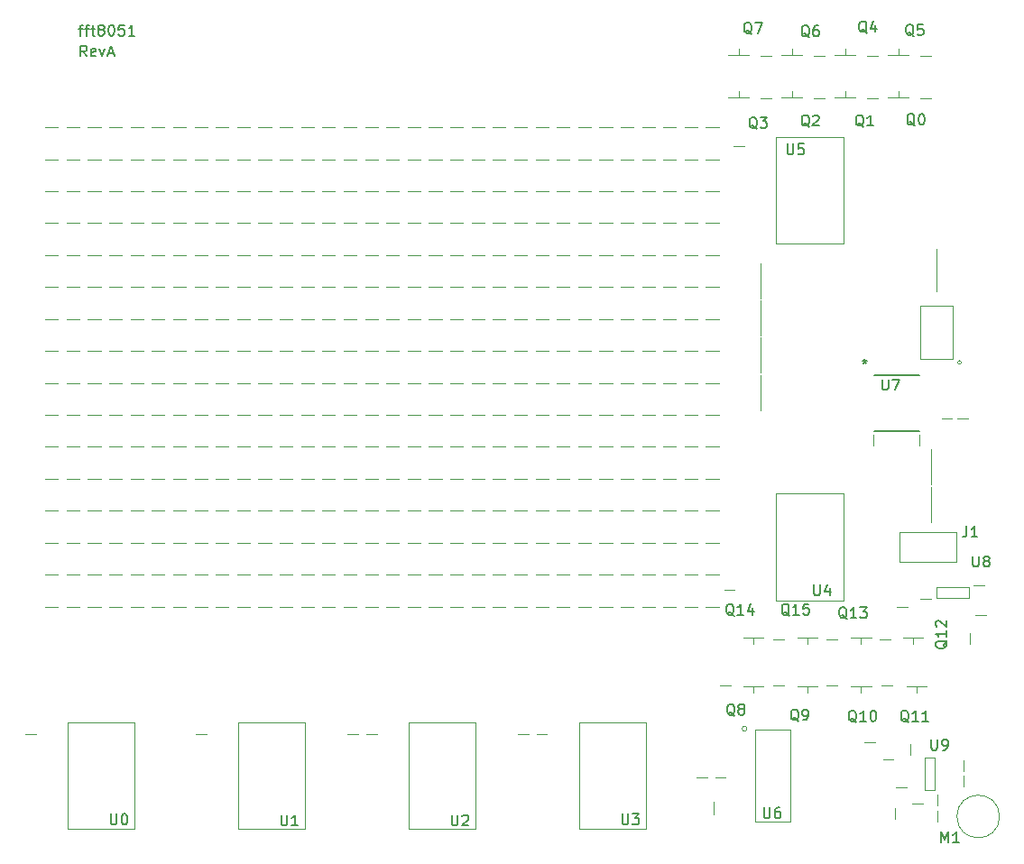
<source format=gbr>
G04 #@! TF.GenerationSoftware,KiCad,Pcbnew,(5.1.5-0-10_14)*
G04 #@! TF.CreationDate,2020-05-10T16:42:09+01:00*
G04 #@! TF.ProjectId,fft8051,66667438-3035-4312-9e6b-696361645f70,rev?*
G04 #@! TF.SameCoordinates,Original*
G04 #@! TF.FileFunction,Legend,Top*
G04 #@! TF.FilePolarity,Positive*
%FSLAX46Y46*%
G04 Gerber Fmt 4.6, Leading zero omitted, Abs format (unit mm)*
G04 Created by KiCad (PCBNEW (5.1.5-0-10_14)) date 2020-05-10 16:42:09*
%MOMM*%
%LPD*%
G04 APERTURE LIST*
%ADD10C,0.150000*%
%ADD11C,0.120000*%
%ADD12C,0.152400*%
G04 APERTURE END LIST*
D10*
X47558333Y-104335714D02*
X47939285Y-104335714D01*
X47701190Y-105002380D02*
X47701190Y-104145238D01*
X47748809Y-104050000D01*
X47844047Y-104002380D01*
X47939285Y-104002380D01*
X48129761Y-104335714D02*
X48510714Y-104335714D01*
X48272619Y-105002380D02*
X48272619Y-104145238D01*
X48320238Y-104050000D01*
X48415476Y-104002380D01*
X48510714Y-104002380D01*
X48701190Y-104335714D02*
X49082142Y-104335714D01*
X48844047Y-104002380D02*
X48844047Y-104859523D01*
X48891666Y-104954761D01*
X48986904Y-105002380D01*
X49082142Y-105002380D01*
X49558333Y-104430952D02*
X49463095Y-104383333D01*
X49415476Y-104335714D01*
X49367857Y-104240476D01*
X49367857Y-104192857D01*
X49415476Y-104097619D01*
X49463095Y-104050000D01*
X49558333Y-104002380D01*
X49748809Y-104002380D01*
X49844047Y-104050000D01*
X49891666Y-104097619D01*
X49939285Y-104192857D01*
X49939285Y-104240476D01*
X49891666Y-104335714D01*
X49844047Y-104383333D01*
X49748809Y-104430952D01*
X49558333Y-104430952D01*
X49463095Y-104478571D01*
X49415476Y-104526190D01*
X49367857Y-104621428D01*
X49367857Y-104811904D01*
X49415476Y-104907142D01*
X49463095Y-104954761D01*
X49558333Y-105002380D01*
X49748809Y-105002380D01*
X49844047Y-104954761D01*
X49891666Y-104907142D01*
X49939285Y-104811904D01*
X49939285Y-104621428D01*
X49891666Y-104526190D01*
X49844047Y-104478571D01*
X49748809Y-104430952D01*
X50558333Y-104002380D02*
X50653571Y-104002380D01*
X50748809Y-104050000D01*
X50796428Y-104097619D01*
X50844047Y-104192857D01*
X50891666Y-104383333D01*
X50891666Y-104621428D01*
X50844047Y-104811904D01*
X50796428Y-104907142D01*
X50748809Y-104954761D01*
X50653571Y-105002380D01*
X50558333Y-105002380D01*
X50463095Y-104954761D01*
X50415476Y-104907142D01*
X50367857Y-104811904D01*
X50320238Y-104621428D01*
X50320238Y-104383333D01*
X50367857Y-104192857D01*
X50415476Y-104097619D01*
X50463095Y-104050000D01*
X50558333Y-104002380D01*
X51796428Y-104002380D02*
X51320238Y-104002380D01*
X51272619Y-104478571D01*
X51320238Y-104430952D01*
X51415476Y-104383333D01*
X51653571Y-104383333D01*
X51748809Y-104430952D01*
X51796428Y-104478571D01*
X51844047Y-104573809D01*
X51844047Y-104811904D01*
X51796428Y-104907142D01*
X51748809Y-104954761D01*
X51653571Y-105002380D01*
X51415476Y-105002380D01*
X51320238Y-104954761D01*
X51272619Y-104907142D01*
X52796428Y-105002380D02*
X52225000Y-105002380D01*
X52510714Y-105002380D02*
X52510714Y-104002380D01*
X52415476Y-104145238D01*
X52320238Y-104240476D01*
X52225000Y-104288095D01*
X48296428Y-106927380D02*
X47963095Y-106451190D01*
X47725000Y-106927380D02*
X47725000Y-105927380D01*
X48105952Y-105927380D01*
X48201190Y-105975000D01*
X48248809Y-106022619D01*
X48296428Y-106117857D01*
X48296428Y-106260714D01*
X48248809Y-106355952D01*
X48201190Y-106403571D01*
X48105952Y-106451190D01*
X47725000Y-106451190D01*
X49105952Y-106879761D02*
X49010714Y-106927380D01*
X48820238Y-106927380D01*
X48725000Y-106879761D01*
X48677380Y-106784523D01*
X48677380Y-106403571D01*
X48725000Y-106308333D01*
X48820238Y-106260714D01*
X49010714Y-106260714D01*
X49105952Y-106308333D01*
X49153571Y-106403571D01*
X49153571Y-106498809D01*
X48677380Y-106594047D01*
X49486904Y-106260714D02*
X49725000Y-106927380D01*
X49963095Y-106260714D01*
X50296428Y-106641666D02*
X50772619Y-106641666D01*
X50201190Y-106927380D02*
X50534523Y-105927380D01*
X50867857Y-106927380D01*
D11*
X67600000Y-152600000D02*
X66400000Y-152600000D01*
X66400000Y-152600000D02*
X67600000Y-152600000D01*
X67600000Y-152600000D02*
X66400000Y-152600000D01*
X59600000Y-116600000D02*
X58400000Y-116600000D01*
X58400000Y-116600000D02*
X59600000Y-116600000D01*
X59600000Y-116600000D02*
X58400000Y-116600000D01*
X75600000Y-140600000D02*
X74400000Y-140600000D01*
X74400000Y-140600000D02*
X75600000Y-140600000D01*
X75600000Y-140600000D02*
X74400000Y-140600000D01*
X59600000Y-158600000D02*
X58400000Y-158600000D01*
X58400000Y-158600000D02*
X59600000Y-158600000D01*
X59600000Y-158600000D02*
X58400000Y-158600000D01*
X75600000Y-158600000D02*
X74400000Y-158600000D01*
X74400000Y-158600000D02*
X75600000Y-158600000D01*
X75600000Y-158600000D02*
X74400000Y-158600000D01*
X59600000Y-134600000D02*
X58400000Y-134600000D01*
X58400000Y-134600000D02*
X59600000Y-134600000D01*
X59600000Y-134600000D02*
X58400000Y-134600000D01*
X75600000Y-134600000D02*
X74400000Y-134600000D01*
X74400000Y-134600000D02*
X75600000Y-134600000D01*
X75600000Y-134600000D02*
X74400000Y-134600000D01*
X59600000Y-155600000D02*
X58400000Y-155600000D01*
X58400000Y-155600000D02*
X59600000Y-155600000D01*
X59600000Y-155600000D02*
X58400000Y-155600000D01*
X75600000Y-155600000D02*
X74400000Y-155600000D01*
X74400000Y-155600000D02*
X75600000Y-155600000D01*
X75600000Y-155600000D02*
X74400000Y-155600000D01*
X59600000Y-131600000D02*
X58400000Y-131600000D01*
X58400000Y-131600000D02*
X59600000Y-131600000D01*
X59600000Y-131600000D02*
X58400000Y-131600000D01*
X75600000Y-131600000D02*
X74400000Y-131600000D01*
X74400000Y-131600000D02*
X75600000Y-131600000D01*
X75600000Y-131600000D02*
X74400000Y-131600000D01*
X59600000Y-152600000D02*
X58400000Y-152600000D01*
X58400000Y-152600000D02*
X59600000Y-152600000D01*
X59600000Y-152600000D02*
X58400000Y-152600000D01*
X75600000Y-152600000D02*
X74400000Y-152600000D01*
X74400000Y-152600000D02*
X75600000Y-152600000D01*
X75600000Y-152600000D02*
X74400000Y-152600000D01*
X59600000Y-128600000D02*
X58400000Y-128600000D01*
X58400000Y-128600000D02*
X59600000Y-128600000D01*
X59600000Y-128600000D02*
X58400000Y-128600000D01*
X75600000Y-128600000D02*
X74400000Y-128600000D01*
X74400000Y-128600000D02*
X75600000Y-128600000D01*
X75600000Y-128600000D02*
X74400000Y-128600000D01*
X59600000Y-149600000D02*
X58400000Y-149600000D01*
X58400000Y-149600000D02*
X59600000Y-149600000D01*
X59600000Y-149600000D02*
X58400000Y-149600000D01*
X75600000Y-149600000D02*
X74400000Y-149600000D01*
X74400000Y-149600000D02*
X75600000Y-149600000D01*
X75600000Y-149600000D02*
X74400000Y-149600000D01*
X59600000Y-125600000D02*
X58400000Y-125600000D01*
X58400000Y-125600000D02*
X59600000Y-125600000D01*
X59600000Y-125600000D02*
X58400000Y-125600000D01*
X75600000Y-125600000D02*
X74400000Y-125600000D01*
X74400000Y-125600000D02*
X75600000Y-125600000D01*
X75600000Y-125600000D02*
X74400000Y-125600000D01*
X59600000Y-146600000D02*
X58400000Y-146600000D01*
X58400000Y-146600000D02*
X59600000Y-146600000D01*
X59600000Y-146600000D02*
X58400000Y-146600000D01*
X75600000Y-146600000D02*
X74400000Y-146600000D01*
X74400000Y-146600000D02*
X75600000Y-146600000D01*
X75600000Y-146600000D02*
X74400000Y-146600000D01*
X59600000Y-122600000D02*
X58400000Y-122600000D01*
X58400000Y-122600000D02*
X59600000Y-122600000D01*
X59600000Y-122600000D02*
X58400000Y-122600000D01*
X75600000Y-122600000D02*
X74400000Y-122600000D01*
X74400000Y-122600000D02*
X75600000Y-122600000D01*
X75600000Y-122600000D02*
X74400000Y-122600000D01*
X59600000Y-143600000D02*
X58400000Y-143600000D01*
X58400000Y-143600000D02*
X59600000Y-143600000D01*
X59600000Y-143600000D02*
X58400000Y-143600000D01*
X75600000Y-143600000D02*
X74400000Y-143600000D01*
X74400000Y-143600000D02*
X75600000Y-143600000D01*
X75600000Y-143600000D02*
X74400000Y-143600000D01*
X59600000Y-119600000D02*
X58400000Y-119600000D01*
X58400000Y-119600000D02*
X59600000Y-119600000D01*
X59600000Y-119600000D02*
X58400000Y-119600000D01*
X75600000Y-119600000D02*
X74400000Y-119600000D01*
X74400000Y-119600000D02*
X75600000Y-119600000D01*
X75600000Y-119600000D02*
X74400000Y-119600000D01*
X59600000Y-140600000D02*
X58400000Y-140600000D01*
X58400000Y-140600000D02*
X59600000Y-140600000D01*
X59600000Y-140600000D02*
X58400000Y-140600000D01*
X87600000Y-155600000D02*
X86400000Y-155600000D01*
X86400000Y-155600000D02*
X87600000Y-155600000D01*
X87600000Y-155600000D02*
X86400000Y-155600000D01*
X71600000Y-155600000D02*
X70400000Y-155600000D01*
X70400000Y-155600000D02*
X71600000Y-155600000D01*
X71600000Y-155600000D02*
X70400000Y-155600000D01*
X71600000Y-134600000D02*
X70400000Y-134600000D01*
X70400000Y-134600000D02*
X71600000Y-134600000D01*
X71600000Y-134600000D02*
X70400000Y-134600000D01*
X87600000Y-134600000D02*
X86400000Y-134600000D01*
X86400000Y-134600000D02*
X87600000Y-134600000D01*
X87600000Y-134600000D02*
X86400000Y-134600000D01*
X71600000Y-158600000D02*
X70400000Y-158600000D01*
X70400000Y-158600000D02*
X71600000Y-158600000D01*
X71600000Y-158600000D02*
X70400000Y-158600000D01*
X87600000Y-158600000D02*
X86400000Y-158600000D01*
X86400000Y-158600000D02*
X87600000Y-158600000D01*
X87600000Y-158600000D02*
X86400000Y-158600000D01*
X87600000Y-131600000D02*
X86400000Y-131600000D01*
X86400000Y-131600000D02*
X87600000Y-131600000D01*
X87600000Y-131600000D02*
X86400000Y-131600000D01*
X71600000Y-131600000D02*
X70400000Y-131600000D01*
X70400000Y-131600000D02*
X71600000Y-131600000D01*
X71600000Y-131600000D02*
X70400000Y-131600000D01*
X87600000Y-152600000D02*
X86400000Y-152600000D01*
X86400000Y-152600000D02*
X87600000Y-152600000D01*
X87600000Y-152600000D02*
X86400000Y-152600000D01*
X71600000Y-152600000D02*
X70400000Y-152600000D01*
X70400000Y-152600000D02*
X71600000Y-152600000D01*
X71600000Y-152600000D02*
X70400000Y-152600000D01*
X87600000Y-128600000D02*
X86400000Y-128600000D01*
X86400000Y-128600000D02*
X87600000Y-128600000D01*
X87600000Y-128600000D02*
X86400000Y-128600000D01*
X71600000Y-128600000D02*
X70400000Y-128600000D01*
X70400000Y-128600000D02*
X71600000Y-128600000D01*
X71600000Y-128600000D02*
X70400000Y-128600000D01*
X87600000Y-149600000D02*
X86400000Y-149600000D01*
X86400000Y-149600000D02*
X87600000Y-149600000D01*
X87600000Y-149600000D02*
X86400000Y-149600000D01*
X71600000Y-149600000D02*
X70400000Y-149600000D01*
X70400000Y-149600000D02*
X71600000Y-149600000D01*
X71600000Y-149600000D02*
X70400000Y-149600000D01*
X87600000Y-125600000D02*
X86400000Y-125600000D01*
X86400000Y-125600000D02*
X87600000Y-125600000D01*
X87600000Y-125600000D02*
X86400000Y-125600000D01*
X71600000Y-125600000D02*
X70400000Y-125600000D01*
X70400000Y-125600000D02*
X71600000Y-125600000D01*
X71600000Y-125600000D02*
X70400000Y-125600000D01*
X87600000Y-146600000D02*
X86400000Y-146600000D01*
X86400000Y-146600000D02*
X87600000Y-146600000D01*
X87600000Y-146600000D02*
X86400000Y-146600000D01*
X71600000Y-146600000D02*
X70400000Y-146600000D01*
X70400000Y-146600000D02*
X71600000Y-146600000D01*
X71600000Y-146600000D02*
X70400000Y-146600000D01*
X87600000Y-122600000D02*
X86400000Y-122600000D01*
X86400000Y-122600000D02*
X87600000Y-122600000D01*
X87600000Y-122600000D02*
X86400000Y-122600000D01*
X71600000Y-122600000D02*
X70400000Y-122600000D01*
X70400000Y-122600000D02*
X71600000Y-122600000D01*
X71600000Y-122600000D02*
X70400000Y-122600000D01*
X87600000Y-143600000D02*
X86400000Y-143600000D01*
X86400000Y-143600000D02*
X87600000Y-143600000D01*
X87600000Y-143600000D02*
X86400000Y-143600000D01*
X71600000Y-143600000D02*
X70400000Y-143600000D01*
X70400000Y-143600000D02*
X71600000Y-143600000D01*
X71600000Y-143600000D02*
X70400000Y-143600000D01*
X87600000Y-119600000D02*
X86400000Y-119600000D01*
X86400000Y-119600000D02*
X87600000Y-119600000D01*
X87600000Y-119600000D02*
X86400000Y-119600000D01*
X71600000Y-119600000D02*
X70400000Y-119600000D01*
X70400000Y-119600000D02*
X71600000Y-119600000D01*
X71600000Y-119600000D02*
X70400000Y-119600000D01*
X87600000Y-140600000D02*
X86400000Y-140600000D01*
X86400000Y-140600000D02*
X87600000Y-140600000D01*
X87600000Y-140600000D02*
X86400000Y-140600000D01*
X71600000Y-140600000D02*
X70400000Y-140600000D01*
X70400000Y-140600000D02*
X71600000Y-140600000D01*
X71600000Y-140600000D02*
X70400000Y-140600000D01*
X87600000Y-116600000D02*
X86400000Y-116600000D01*
X86400000Y-116600000D02*
X87600000Y-116600000D01*
X87600000Y-116600000D02*
X86400000Y-116600000D01*
X71600000Y-116600000D02*
X70400000Y-116600000D01*
X70400000Y-116600000D02*
X71600000Y-116600000D01*
X71600000Y-116600000D02*
X70400000Y-116600000D01*
X87600000Y-137600000D02*
X86400000Y-137600000D01*
X86400000Y-137600000D02*
X87600000Y-137600000D01*
X87600000Y-137600000D02*
X86400000Y-137600000D01*
X71600000Y-137600000D02*
X70400000Y-137600000D01*
X70400000Y-137600000D02*
X71600000Y-137600000D01*
X71600000Y-137600000D02*
X70400000Y-137600000D01*
X87600000Y-113600000D02*
X86400000Y-113600000D01*
X86400000Y-113600000D02*
X87600000Y-113600000D01*
X87600000Y-113600000D02*
X86400000Y-113600000D01*
X71600000Y-113600000D02*
X70400000Y-113600000D01*
X70400000Y-113600000D02*
X71600000Y-113600000D01*
X71600000Y-113600000D02*
X70400000Y-113600000D01*
X85600000Y-158600000D02*
X84400000Y-158600000D01*
X84400000Y-158600000D02*
X85600000Y-158600000D01*
X85600000Y-158600000D02*
X84400000Y-158600000D01*
X69600000Y-158600000D02*
X68400000Y-158600000D01*
X68400000Y-158600000D02*
X69600000Y-158600000D01*
X69600000Y-158600000D02*
X68400000Y-158600000D01*
X85600000Y-134600000D02*
X84400000Y-134600000D01*
X84400000Y-134600000D02*
X85600000Y-134600000D01*
X85600000Y-134600000D02*
X84400000Y-134600000D01*
X69600000Y-134600000D02*
X68400000Y-134600000D01*
X68400000Y-134600000D02*
X69600000Y-134600000D01*
X69600000Y-134600000D02*
X68400000Y-134600000D01*
X85600000Y-155600000D02*
X84400000Y-155600000D01*
X84400000Y-155600000D02*
X85600000Y-155600000D01*
X85600000Y-155600000D02*
X84400000Y-155600000D01*
X69600000Y-155600000D02*
X68400000Y-155600000D01*
X68400000Y-155600000D02*
X69600000Y-155600000D01*
X69600000Y-155600000D02*
X68400000Y-155600000D01*
X85600000Y-131600000D02*
X84400000Y-131600000D01*
X84400000Y-131600000D02*
X85600000Y-131600000D01*
X85600000Y-131600000D02*
X84400000Y-131600000D01*
X69600000Y-131600000D02*
X68400000Y-131600000D01*
X68400000Y-131600000D02*
X69600000Y-131600000D01*
X69600000Y-131600000D02*
X68400000Y-131600000D01*
X85600000Y-152600000D02*
X84400000Y-152600000D01*
X84400000Y-152600000D02*
X85600000Y-152600000D01*
X85600000Y-152600000D02*
X84400000Y-152600000D01*
X69600000Y-152600000D02*
X68400000Y-152600000D01*
X68400000Y-152600000D02*
X69600000Y-152600000D01*
X69600000Y-152600000D02*
X68400000Y-152600000D01*
X85600000Y-128600000D02*
X84400000Y-128600000D01*
X84400000Y-128600000D02*
X85600000Y-128600000D01*
X85600000Y-128600000D02*
X84400000Y-128600000D01*
X69600000Y-128600000D02*
X68400000Y-128600000D01*
X68400000Y-128600000D02*
X69600000Y-128600000D01*
X69600000Y-128600000D02*
X68400000Y-128600000D01*
X85600000Y-149600000D02*
X84400000Y-149600000D01*
X84400000Y-149600000D02*
X85600000Y-149600000D01*
X85600000Y-149600000D02*
X84400000Y-149600000D01*
X69600000Y-149600000D02*
X68400000Y-149600000D01*
X68400000Y-149600000D02*
X69600000Y-149600000D01*
X69600000Y-149600000D02*
X68400000Y-149600000D01*
X85600000Y-125600000D02*
X84400000Y-125600000D01*
X84400000Y-125600000D02*
X85600000Y-125600000D01*
X85600000Y-125600000D02*
X84400000Y-125600000D01*
X69600000Y-125600000D02*
X68400000Y-125600000D01*
X68400000Y-125600000D02*
X69600000Y-125600000D01*
X69600000Y-125600000D02*
X68400000Y-125600000D01*
X85600000Y-146600000D02*
X84400000Y-146600000D01*
X84400000Y-146600000D02*
X85600000Y-146600000D01*
X85600000Y-146600000D02*
X84400000Y-146600000D01*
X69600000Y-146600000D02*
X68400000Y-146600000D01*
X68400000Y-146600000D02*
X69600000Y-146600000D01*
X69600000Y-146600000D02*
X68400000Y-146600000D01*
X85600000Y-122600000D02*
X84400000Y-122600000D01*
X84400000Y-122600000D02*
X85600000Y-122600000D01*
X85600000Y-122600000D02*
X84400000Y-122600000D01*
X69600000Y-122600000D02*
X68400000Y-122600000D01*
X68400000Y-122600000D02*
X69600000Y-122600000D01*
X69600000Y-122600000D02*
X68400000Y-122600000D01*
X85600000Y-143600000D02*
X84400000Y-143600000D01*
X84400000Y-143600000D02*
X85600000Y-143600000D01*
X85600000Y-143600000D02*
X84400000Y-143600000D01*
X69600000Y-143600000D02*
X68400000Y-143600000D01*
X68400000Y-143600000D02*
X69600000Y-143600000D01*
X69600000Y-143600000D02*
X68400000Y-143600000D01*
X85600000Y-119600000D02*
X84400000Y-119600000D01*
X84400000Y-119600000D02*
X85600000Y-119600000D01*
X85600000Y-119600000D02*
X84400000Y-119600000D01*
X69600000Y-119600000D02*
X68400000Y-119600000D01*
X68400000Y-119600000D02*
X69600000Y-119600000D01*
X69600000Y-119600000D02*
X68400000Y-119600000D01*
X85600000Y-140600000D02*
X84400000Y-140600000D01*
X84400000Y-140600000D02*
X85600000Y-140600000D01*
X85600000Y-140600000D02*
X84400000Y-140600000D01*
X69600000Y-140600000D02*
X68400000Y-140600000D01*
X68400000Y-140600000D02*
X69600000Y-140600000D01*
X69600000Y-140600000D02*
X68400000Y-140600000D01*
X85600000Y-116600000D02*
X84400000Y-116600000D01*
X84400000Y-116600000D02*
X85600000Y-116600000D01*
X85600000Y-116600000D02*
X84400000Y-116600000D01*
X69600000Y-116600000D02*
X68400000Y-116600000D01*
X68400000Y-116600000D02*
X69600000Y-116600000D01*
X69600000Y-116600000D02*
X68400000Y-116600000D01*
X85600000Y-137600000D02*
X84400000Y-137600000D01*
X84400000Y-137600000D02*
X85600000Y-137600000D01*
X85600000Y-137600000D02*
X84400000Y-137600000D01*
X69600000Y-137600000D02*
X68400000Y-137600000D01*
X68400000Y-137600000D02*
X69600000Y-137600000D01*
X69600000Y-137600000D02*
X68400000Y-137600000D01*
X85600000Y-113600000D02*
X84400000Y-113600000D01*
X84400000Y-113600000D02*
X85600000Y-113600000D01*
X85600000Y-113600000D02*
X84400000Y-113600000D01*
X69600000Y-113600000D02*
X68400000Y-113600000D01*
X68400000Y-113600000D02*
X69600000Y-113600000D01*
X69600000Y-113600000D02*
X68400000Y-113600000D01*
X83600000Y-158600000D02*
X82400000Y-158600000D01*
X82400000Y-158600000D02*
X83600000Y-158600000D01*
X83600000Y-158600000D02*
X82400000Y-158600000D01*
X67600000Y-158600000D02*
X66400000Y-158600000D01*
X66400000Y-158600000D02*
X67600000Y-158600000D01*
X67600000Y-158600000D02*
X66400000Y-158600000D01*
X83600000Y-134600000D02*
X82400000Y-134600000D01*
X82400000Y-134600000D02*
X83600000Y-134600000D01*
X83600000Y-134600000D02*
X82400000Y-134600000D01*
X67600000Y-134600000D02*
X66400000Y-134600000D01*
X66400000Y-134600000D02*
X67600000Y-134600000D01*
X67600000Y-134600000D02*
X66400000Y-134600000D01*
X83600000Y-155600000D02*
X82400000Y-155600000D01*
X82400000Y-155600000D02*
X83600000Y-155600000D01*
X83600000Y-155600000D02*
X82400000Y-155600000D01*
X67600000Y-155600000D02*
X66400000Y-155600000D01*
X66400000Y-155600000D02*
X67600000Y-155600000D01*
X67600000Y-155600000D02*
X66400000Y-155600000D01*
X83600000Y-131600000D02*
X82400000Y-131600000D01*
X82400000Y-131600000D02*
X83600000Y-131600000D01*
X83600000Y-131600000D02*
X82400000Y-131600000D01*
X67600000Y-131600000D02*
X66400000Y-131600000D01*
X66400000Y-131600000D02*
X67600000Y-131600000D01*
X67600000Y-131600000D02*
X66400000Y-131600000D01*
X83600000Y-152600000D02*
X82400000Y-152600000D01*
X82400000Y-152600000D02*
X83600000Y-152600000D01*
X83600000Y-152600000D02*
X82400000Y-152600000D01*
X83600000Y-128600000D02*
X82400000Y-128600000D01*
X82400000Y-128600000D02*
X83600000Y-128600000D01*
X83600000Y-128600000D02*
X82400000Y-128600000D01*
X67600000Y-128600000D02*
X66400000Y-128600000D01*
X66400000Y-128600000D02*
X67600000Y-128600000D01*
X67600000Y-128600000D02*
X66400000Y-128600000D01*
X83600000Y-149600000D02*
X82400000Y-149600000D01*
X82400000Y-149600000D02*
X83600000Y-149600000D01*
X83600000Y-149600000D02*
X82400000Y-149600000D01*
X67600000Y-149600000D02*
X66400000Y-149600000D01*
X66400000Y-149600000D02*
X67600000Y-149600000D01*
X67600000Y-149600000D02*
X66400000Y-149600000D01*
X83600000Y-125600000D02*
X82400000Y-125600000D01*
X82400000Y-125600000D02*
X83600000Y-125600000D01*
X83600000Y-125600000D02*
X82400000Y-125600000D01*
X67600000Y-125600000D02*
X66400000Y-125600000D01*
X66400000Y-125600000D02*
X67600000Y-125600000D01*
X67600000Y-125600000D02*
X66400000Y-125600000D01*
X77600000Y-146600000D02*
X76400000Y-146600000D01*
X76400000Y-146600000D02*
X77600000Y-146600000D01*
X77600000Y-146600000D02*
X76400000Y-146600000D01*
X61600000Y-146600000D02*
X60400000Y-146600000D01*
X60400000Y-146600000D02*
X61600000Y-146600000D01*
X61600000Y-146600000D02*
X60400000Y-146600000D01*
X77600000Y-122600000D02*
X76400000Y-122600000D01*
X76400000Y-122600000D02*
X77600000Y-122600000D01*
X77600000Y-122600000D02*
X76400000Y-122600000D01*
X61600000Y-122600000D02*
X60400000Y-122600000D01*
X60400000Y-122600000D02*
X61600000Y-122600000D01*
X61600000Y-122600000D02*
X60400000Y-122600000D01*
X77600000Y-143600000D02*
X76400000Y-143600000D01*
X76400000Y-143600000D02*
X77600000Y-143600000D01*
X77600000Y-143600000D02*
X76400000Y-143600000D01*
X61600000Y-143600000D02*
X60400000Y-143600000D01*
X60400000Y-143600000D02*
X61600000Y-143600000D01*
X61600000Y-143600000D02*
X60400000Y-143600000D01*
X77600000Y-119600000D02*
X76400000Y-119600000D01*
X76400000Y-119600000D02*
X77600000Y-119600000D01*
X77600000Y-119600000D02*
X76400000Y-119600000D01*
X61600000Y-119600000D02*
X60400000Y-119600000D01*
X60400000Y-119600000D02*
X61600000Y-119600000D01*
X61600000Y-119600000D02*
X60400000Y-119600000D01*
X77600000Y-140600000D02*
X76400000Y-140600000D01*
X76400000Y-140600000D02*
X77600000Y-140600000D01*
X77600000Y-140600000D02*
X76400000Y-140600000D01*
X61600000Y-140600000D02*
X60400000Y-140600000D01*
X60400000Y-140600000D02*
X61600000Y-140600000D01*
X61600000Y-140600000D02*
X60400000Y-140600000D01*
X77600000Y-116600000D02*
X76400000Y-116600000D01*
X76400000Y-116600000D02*
X77600000Y-116600000D01*
X77600000Y-116600000D02*
X76400000Y-116600000D01*
X61600000Y-116600000D02*
X60400000Y-116600000D01*
X60400000Y-116600000D02*
X61600000Y-116600000D01*
X61600000Y-116600000D02*
X60400000Y-116600000D01*
X77600000Y-137600000D02*
X76400000Y-137600000D01*
X76400000Y-137600000D02*
X77600000Y-137600000D01*
X77600000Y-137600000D02*
X76400000Y-137600000D01*
X61600000Y-137600000D02*
X60400000Y-137600000D01*
X60400000Y-137600000D02*
X61600000Y-137600000D01*
X61600000Y-137600000D02*
X60400000Y-137600000D01*
X77600000Y-113600000D02*
X76400000Y-113600000D01*
X76400000Y-113600000D02*
X77600000Y-113600000D01*
X77600000Y-113600000D02*
X76400000Y-113600000D01*
X61600000Y-113600000D02*
X60400000Y-113600000D01*
X60400000Y-113600000D02*
X61600000Y-113600000D01*
X61600000Y-113600000D02*
X60400000Y-113600000D01*
X75600000Y-116600000D02*
X74400000Y-116600000D01*
X74400000Y-116600000D02*
X75600000Y-116600000D01*
X75600000Y-116600000D02*
X74400000Y-116600000D01*
X59600000Y-137600000D02*
X58400000Y-137600000D01*
X58400000Y-137600000D02*
X59600000Y-137600000D01*
X59600000Y-137600000D02*
X58400000Y-137600000D01*
X75600000Y-137600000D02*
X74400000Y-137600000D01*
X74400000Y-137600000D02*
X75600000Y-137600000D01*
X75600000Y-137600000D02*
X74400000Y-137600000D01*
X59600000Y-113600000D02*
X58400000Y-113600000D01*
X58400000Y-113600000D02*
X59600000Y-113600000D01*
X59600000Y-113600000D02*
X58400000Y-113600000D01*
X75600000Y-113600000D02*
X74400000Y-113600000D01*
X74400000Y-113600000D02*
X75600000Y-113600000D01*
X75600000Y-113600000D02*
X74400000Y-113600000D01*
X89600000Y-158600000D02*
X88400000Y-158600000D01*
X88400000Y-158600000D02*
X89600000Y-158600000D01*
X89600000Y-158600000D02*
X88400000Y-158600000D01*
X73600000Y-158600000D02*
X72400000Y-158600000D01*
X72400000Y-158600000D02*
X73600000Y-158600000D01*
X73600000Y-158600000D02*
X72400000Y-158600000D01*
X89600000Y-134600000D02*
X88400000Y-134600000D01*
X88400000Y-134600000D02*
X89600000Y-134600000D01*
X89600000Y-134600000D02*
X88400000Y-134600000D01*
X73600000Y-134600000D02*
X72400000Y-134600000D01*
X72400000Y-134600000D02*
X73600000Y-134600000D01*
X73600000Y-134600000D02*
X72400000Y-134600000D01*
X89600000Y-155600000D02*
X88400000Y-155600000D01*
X88400000Y-155600000D02*
X89600000Y-155600000D01*
X89600000Y-155600000D02*
X88400000Y-155600000D01*
X73600000Y-155600000D02*
X72400000Y-155600000D01*
X72400000Y-155600000D02*
X73600000Y-155600000D01*
X73600000Y-155600000D02*
X72400000Y-155600000D01*
X89600000Y-131600000D02*
X88400000Y-131600000D01*
X88400000Y-131600000D02*
X89600000Y-131600000D01*
X89600000Y-131600000D02*
X88400000Y-131600000D01*
X73600000Y-131600000D02*
X72400000Y-131600000D01*
X72400000Y-131600000D02*
X73600000Y-131600000D01*
X73600000Y-131600000D02*
X72400000Y-131600000D01*
X89600000Y-152600000D02*
X88400000Y-152600000D01*
X88400000Y-152600000D02*
X89600000Y-152600000D01*
X89600000Y-152600000D02*
X88400000Y-152600000D01*
X73600000Y-152600000D02*
X72400000Y-152600000D01*
X72400000Y-152600000D02*
X73600000Y-152600000D01*
X73600000Y-152600000D02*
X72400000Y-152600000D01*
X89600000Y-128600000D02*
X88400000Y-128600000D01*
X88400000Y-128600000D02*
X89600000Y-128600000D01*
X89600000Y-128600000D02*
X88400000Y-128600000D01*
X73600000Y-128600000D02*
X72400000Y-128600000D01*
X72400000Y-128600000D02*
X73600000Y-128600000D01*
X73600000Y-128600000D02*
X72400000Y-128600000D01*
X89600000Y-149600000D02*
X88400000Y-149600000D01*
X88400000Y-149600000D02*
X89600000Y-149600000D01*
X89600000Y-149600000D02*
X88400000Y-149600000D01*
X73600000Y-149600000D02*
X72400000Y-149600000D01*
X72400000Y-149600000D02*
X73600000Y-149600000D01*
X73600000Y-149600000D02*
X72400000Y-149600000D01*
X89600000Y-125600000D02*
X88400000Y-125600000D01*
X88400000Y-125600000D02*
X89600000Y-125600000D01*
X89600000Y-125600000D02*
X88400000Y-125600000D01*
X73600000Y-125600000D02*
X72400000Y-125600000D01*
X72400000Y-125600000D02*
X73600000Y-125600000D01*
X73600000Y-125600000D02*
X72400000Y-125600000D01*
X89600000Y-146600000D02*
X88400000Y-146600000D01*
X88400000Y-146600000D02*
X89600000Y-146600000D01*
X89600000Y-146600000D02*
X88400000Y-146600000D01*
X73600000Y-146600000D02*
X72400000Y-146600000D01*
X72400000Y-146600000D02*
X73600000Y-146600000D01*
X73600000Y-146600000D02*
X72400000Y-146600000D01*
X89600000Y-122600000D02*
X88400000Y-122600000D01*
X88400000Y-122600000D02*
X89600000Y-122600000D01*
X89600000Y-122600000D02*
X88400000Y-122600000D01*
X73600000Y-122600000D02*
X72400000Y-122600000D01*
X72400000Y-122600000D02*
X73600000Y-122600000D01*
X73600000Y-122600000D02*
X72400000Y-122600000D01*
X89600000Y-143600000D02*
X88400000Y-143600000D01*
X88400000Y-143600000D02*
X89600000Y-143600000D01*
X89600000Y-143600000D02*
X88400000Y-143600000D01*
X73600000Y-143600000D02*
X72400000Y-143600000D01*
X72400000Y-143600000D02*
X73600000Y-143600000D01*
X73600000Y-143600000D02*
X72400000Y-143600000D01*
X89600000Y-119600000D02*
X88400000Y-119600000D01*
X88400000Y-119600000D02*
X89600000Y-119600000D01*
X89600000Y-119600000D02*
X88400000Y-119600000D01*
X73600000Y-119600000D02*
X72400000Y-119600000D01*
X72400000Y-119600000D02*
X73600000Y-119600000D01*
X73600000Y-119600000D02*
X72400000Y-119600000D01*
X89600000Y-140600000D02*
X88400000Y-140600000D01*
X88400000Y-140600000D02*
X89600000Y-140600000D01*
X89600000Y-140600000D02*
X88400000Y-140600000D01*
X73600000Y-140600000D02*
X72400000Y-140600000D01*
X72400000Y-140600000D02*
X73600000Y-140600000D01*
X73600000Y-140600000D02*
X72400000Y-140600000D01*
X89600000Y-116600000D02*
X88400000Y-116600000D01*
X88400000Y-116600000D02*
X89600000Y-116600000D01*
X89600000Y-116600000D02*
X88400000Y-116600000D01*
X73600000Y-116600000D02*
X72400000Y-116600000D01*
X72400000Y-116600000D02*
X73600000Y-116600000D01*
X73600000Y-116600000D02*
X72400000Y-116600000D01*
X89600000Y-137600000D02*
X88400000Y-137600000D01*
X88400000Y-137600000D02*
X89600000Y-137600000D01*
X89600000Y-137600000D02*
X88400000Y-137600000D01*
X73600000Y-137600000D02*
X72400000Y-137600000D01*
X72400000Y-137600000D02*
X73600000Y-137600000D01*
X73600000Y-137600000D02*
X72400000Y-137600000D01*
X89600000Y-113600000D02*
X88400000Y-113600000D01*
X88400000Y-113600000D02*
X89600000Y-113600000D01*
X89600000Y-113600000D02*
X88400000Y-113600000D01*
X73600000Y-113600000D02*
X72400000Y-113600000D01*
X72400000Y-113600000D02*
X73600000Y-113600000D01*
X73600000Y-113600000D02*
X72400000Y-113600000D01*
X77600000Y-125600000D02*
X76400000Y-125600000D01*
X76400000Y-125600000D02*
X77600000Y-125600000D01*
X77600000Y-125600000D02*
X76400000Y-125600000D01*
X61600000Y-125600000D02*
X60400000Y-125600000D01*
X60400000Y-125600000D02*
X61600000Y-125600000D01*
X61600000Y-125600000D02*
X60400000Y-125600000D01*
X83600000Y-146600000D02*
X82400000Y-146600000D01*
X82400000Y-146600000D02*
X83600000Y-146600000D01*
X83600000Y-146600000D02*
X82400000Y-146600000D01*
X67600000Y-146600000D02*
X66400000Y-146600000D01*
X66400000Y-146600000D02*
X67600000Y-146600000D01*
X67600000Y-146600000D02*
X66400000Y-146600000D01*
X83600000Y-122600000D02*
X82400000Y-122600000D01*
X82400000Y-122600000D02*
X83600000Y-122600000D01*
X83600000Y-122600000D02*
X82400000Y-122600000D01*
X67600000Y-122600000D02*
X66400000Y-122600000D01*
X66400000Y-122600000D02*
X67600000Y-122600000D01*
X67600000Y-122600000D02*
X66400000Y-122600000D01*
X83600000Y-143600000D02*
X82400000Y-143600000D01*
X82400000Y-143600000D02*
X83600000Y-143600000D01*
X83600000Y-143600000D02*
X82400000Y-143600000D01*
X67600000Y-143600000D02*
X66400000Y-143600000D01*
X66400000Y-143600000D02*
X67600000Y-143600000D01*
X67600000Y-143600000D02*
X66400000Y-143600000D01*
X83600000Y-119600000D02*
X82400000Y-119600000D01*
X82400000Y-119600000D02*
X83600000Y-119600000D01*
X83600000Y-119600000D02*
X82400000Y-119600000D01*
X67600000Y-119600000D02*
X66400000Y-119600000D01*
X66400000Y-119600000D02*
X67600000Y-119600000D01*
X67600000Y-119600000D02*
X66400000Y-119600000D01*
X83600000Y-140600000D02*
X82400000Y-140600000D01*
X82400000Y-140600000D02*
X83600000Y-140600000D01*
X83600000Y-140600000D02*
X82400000Y-140600000D01*
X67600000Y-140600000D02*
X66400000Y-140600000D01*
X66400000Y-140600000D02*
X67600000Y-140600000D01*
X67600000Y-140600000D02*
X66400000Y-140600000D01*
X83600000Y-116600000D02*
X82400000Y-116600000D01*
X82400000Y-116600000D02*
X83600000Y-116600000D01*
X83600000Y-116600000D02*
X82400000Y-116600000D01*
X67600000Y-116600000D02*
X66400000Y-116600000D01*
X66400000Y-116600000D02*
X67600000Y-116600000D01*
X67600000Y-116600000D02*
X66400000Y-116600000D01*
X83600000Y-137600000D02*
X82400000Y-137600000D01*
X82400000Y-137600000D02*
X83600000Y-137600000D01*
X83600000Y-137600000D02*
X82400000Y-137600000D01*
X67600000Y-137600000D02*
X66400000Y-137600000D01*
X66400000Y-137600000D02*
X67600000Y-137600000D01*
X67600000Y-137600000D02*
X66400000Y-137600000D01*
X83600000Y-113600000D02*
X82400000Y-113600000D01*
X82400000Y-113600000D02*
X83600000Y-113600000D01*
X83600000Y-113600000D02*
X82400000Y-113600000D01*
X67600000Y-113600000D02*
X66400000Y-113600000D01*
X66400000Y-113600000D02*
X67600000Y-113600000D01*
X67600000Y-113600000D02*
X66400000Y-113600000D01*
X81600000Y-158600000D02*
X80400000Y-158600000D01*
X80400000Y-158600000D02*
X81600000Y-158600000D01*
X81600000Y-158600000D02*
X80400000Y-158600000D01*
X65600000Y-158600000D02*
X64400000Y-158600000D01*
X64400000Y-158600000D02*
X65600000Y-158600000D01*
X65600000Y-158600000D02*
X64400000Y-158600000D01*
X81600000Y-134600000D02*
X80400000Y-134600000D01*
X80400000Y-134600000D02*
X81600000Y-134600000D01*
X81600000Y-134600000D02*
X80400000Y-134600000D01*
X65600000Y-134600000D02*
X64400000Y-134600000D01*
X64400000Y-134600000D02*
X65600000Y-134600000D01*
X65600000Y-134600000D02*
X64400000Y-134600000D01*
X81600000Y-155600000D02*
X80400000Y-155600000D01*
X80400000Y-155600000D02*
X81600000Y-155600000D01*
X81600000Y-155600000D02*
X80400000Y-155600000D01*
X65600000Y-155600000D02*
X64400000Y-155600000D01*
X64400000Y-155600000D02*
X65600000Y-155600000D01*
X65600000Y-155600000D02*
X64400000Y-155600000D01*
X81600000Y-131600000D02*
X80400000Y-131600000D01*
X80400000Y-131600000D02*
X81600000Y-131600000D01*
X81600000Y-131600000D02*
X80400000Y-131600000D01*
X65600000Y-131600000D02*
X64400000Y-131600000D01*
X64400000Y-131600000D02*
X65600000Y-131600000D01*
X65600000Y-131600000D02*
X64400000Y-131600000D01*
X81600000Y-152600000D02*
X80400000Y-152600000D01*
X80400000Y-152600000D02*
X81600000Y-152600000D01*
X81600000Y-152600000D02*
X80400000Y-152600000D01*
X65600000Y-152600000D02*
X64400000Y-152600000D01*
X64400000Y-152600000D02*
X65600000Y-152600000D01*
X65600000Y-152600000D02*
X64400000Y-152600000D01*
X81600000Y-128600000D02*
X80400000Y-128600000D01*
X80400000Y-128600000D02*
X81600000Y-128600000D01*
X81600000Y-128600000D02*
X80400000Y-128600000D01*
X65600000Y-128600000D02*
X64400000Y-128600000D01*
X64400000Y-128600000D02*
X65600000Y-128600000D01*
X65600000Y-128600000D02*
X64400000Y-128600000D01*
X81600000Y-149600000D02*
X80400000Y-149600000D01*
X80400000Y-149600000D02*
X81600000Y-149600000D01*
X81600000Y-149600000D02*
X80400000Y-149600000D01*
X65600000Y-149600000D02*
X64400000Y-149600000D01*
X64400000Y-149600000D02*
X65600000Y-149600000D01*
X65600000Y-149600000D02*
X64400000Y-149600000D01*
X81600000Y-125600000D02*
X80400000Y-125600000D01*
X80400000Y-125600000D02*
X81600000Y-125600000D01*
X81600000Y-125600000D02*
X80400000Y-125600000D01*
X65600000Y-125600000D02*
X64400000Y-125600000D01*
X64400000Y-125600000D02*
X65600000Y-125600000D01*
X65600000Y-125600000D02*
X64400000Y-125600000D01*
X81600000Y-146600000D02*
X80400000Y-146600000D01*
X80400000Y-146600000D02*
X81600000Y-146600000D01*
X81600000Y-146600000D02*
X80400000Y-146600000D01*
X65600000Y-146600000D02*
X64400000Y-146600000D01*
X64400000Y-146600000D02*
X65600000Y-146600000D01*
X65600000Y-146600000D02*
X64400000Y-146600000D01*
X81600000Y-122600000D02*
X80400000Y-122600000D01*
X80400000Y-122600000D02*
X81600000Y-122600000D01*
X81600000Y-122600000D02*
X80400000Y-122600000D01*
X65600000Y-122600000D02*
X64400000Y-122600000D01*
X64400000Y-122600000D02*
X65600000Y-122600000D01*
X65600000Y-122600000D02*
X64400000Y-122600000D01*
X81600000Y-143600000D02*
X80400000Y-143600000D01*
X80400000Y-143600000D02*
X81600000Y-143600000D01*
X81600000Y-143600000D02*
X80400000Y-143600000D01*
X65600000Y-143600000D02*
X64400000Y-143600000D01*
X64400000Y-143600000D02*
X65600000Y-143600000D01*
X65600000Y-143600000D02*
X64400000Y-143600000D01*
X81600000Y-119600000D02*
X80400000Y-119600000D01*
X80400000Y-119600000D02*
X81600000Y-119600000D01*
X81600000Y-119600000D02*
X80400000Y-119600000D01*
X65600000Y-119600000D02*
X64400000Y-119600000D01*
X64400000Y-119600000D02*
X65600000Y-119600000D01*
X65600000Y-119600000D02*
X64400000Y-119600000D01*
X81600000Y-140600000D02*
X80400000Y-140600000D01*
X80400000Y-140600000D02*
X81600000Y-140600000D01*
X81600000Y-140600000D02*
X80400000Y-140600000D01*
X65600000Y-140600000D02*
X64400000Y-140600000D01*
X64400000Y-140600000D02*
X65600000Y-140600000D01*
X65600000Y-140600000D02*
X64400000Y-140600000D01*
X81600000Y-116600000D02*
X80400000Y-116600000D01*
X80400000Y-116600000D02*
X81600000Y-116600000D01*
X81600000Y-116600000D02*
X80400000Y-116600000D01*
X65600000Y-116600000D02*
X64400000Y-116600000D01*
X64400000Y-116600000D02*
X65600000Y-116600000D01*
X65600000Y-116600000D02*
X64400000Y-116600000D01*
X81600000Y-137600000D02*
X80400000Y-137600000D01*
X80400000Y-137600000D02*
X81600000Y-137600000D01*
X81600000Y-137600000D02*
X80400000Y-137600000D01*
X65600000Y-137600000D02*
X64400000Y-137600000D01*
X64400000Y-137600000D02*
X65600000Y-137600000D01*
X65600000Y-137600000D02*
X64400000Y-137600000D01*
X81600000Y-113600000D02*
X80400000Y-113600000D01*
X80400000Y-113600000D02*
X81600000Y-113600000D01*
X81600000Y-113600000D02*
X80400000Y-113600000D01*
X65600000Y-113600000D02*
X64400000Y-113600000D01*
X64400000Y-113600000D02*
X65600000Y-113600000D01*
X65600000Y-113600000D02*
X64400000Y-113600000D01*
X79600000Y-158600000D02*
X78400000Y-158600000D01*
X78400000Y-158600000D02*
X79600000Y-158600000D01*
X79600000Y-158600000D02*
X78400000Y-158600000D01*
X63600000Y-158600000D02*
X62400000Y-158600000D01*
X62400000Y-158600000D02*
X63600000Y-158600000D01*
X63600000Y-158600000D02*
X62400000Y-158600000D01*
X79600000Y-134600000D02*
X78400000Y-134600000D01*
X78400000Y-134600000D02*
X79600000Y-134600000D01*
X79600000Y-134600000D02*
X78400000Y-134600000D01*
X63600000Y-134600000D02*
X62400000Y-134600000D01*
X62400000Y-134600000D02*
X63600000Y-134600000D01*
X63600000Y-134600000D02*
X62400000Y-134600000D01*
X79600000Y-155600000D02*
X78400000Y-155600000D01*
X78400000Y-155600000D02*
X79600000Y-155600000D01*
X79600000Y-155600000D02*
X78400000Y-155600000D01*
X63600000Y-155600000D02*
X62400000Y-155600000D01*
X62400000Y-155600000D02*
X63600000Y-155600000D01*
X63600000Y-155600000D02*
X62400000Y-155600000D01*
X79600000Y-131600000D02*
X78400000Y-131600000D01*
X78400000Y-131600000D02*
X79600000Y-131600000D01*
X79600000Y-131600000D02*
X78400000Y-131600000D01*
X63600000Y-131600000D02*
X62400000Y-131600000D01*
X62400000Y-131600000D02*
X63600000Y-131600000D01*
X63600000Y-131600000D02*
X62400000Y-131600000D01*
X79600000Y-152600000D02*
X78400000Y-152600000D01*
X78400000Y-152600000D02*
X79600000Y-152600000D01*
X79600000Y-152600000D02*
X78400000Y-152600000D01*
X63600000Y-152600000D02*
X62400000Y-152600000D01*
X62400000Y-152600000D02*
X63600000Y-152600000D01*
X63600000Y-152600000D02*
X62400000Y-152600000D01*
X79600000Y-128600000D02*
X78400000Y-128600000D01*
X78400000Y-128600000D02*
X79600000Y-128600000D01*
X79600000Y-128600000D02*
X78400000Y-128600000D01*
X63600000Y-128600000D02*
X62400000Y-128600000D01*
X62400000Y-128600000D02*
X63600000Y-128600000D01*
X63600000Y-128600000D02*
X62400000Y-128600000D01*
X79600000Y-149600000D02*
X78400000Y-149600000D01*
X78400000Y-149600000D02*
X79600000Y-149600000D01*
X79600000Y-149600000D02*
X78400000Y-149600000D01*
X63600000Y-149600000D02*
X62400000Y-149600000D01*
X62400000Y-149600000D02*
X63600000Y-149600000D01*
X63600000Y-149600000D02*
X62400000Y-149600000D01*
X79600000Y-125600000D02*
X78400000Y-125600000D01*
X78400000Y-125600000D02*
X79600000Y-125600000D01*
X79600000Y-125600000D02*
X78400000Y-125600000D01*
X63600000Y-125600000D02*
X62400000Y-125600000D01*
X62400000Y-125600000D02*
X63600000Y-125600000D01*
X63600000Y-125600000D02*
X62400000Y-125600000D01*
X79600000Y-146600000D02*
X78400000Y-146600000D01*
X78400000Y-146600000D02*
X79600000Y-146600000D01*
X79600000Y-146600000D02*
X78400000Y-146600000D01*
X63600000Y-146600000D02*
X62400000Y-146600000D01*
X62400000Y-146600000D02*
X63600000Y-146600000D01*
X63600000Y-146600000D02*
X62400000Y-146600000D01*
X79600000Y-122600000D02*
X78400000Y-122600000D01*
X78400000Y-122600000D02*
X79600000Y-122600000D01*
X79600000Y-122600000D02*
X78400000Y-122600000D01*
X63600000Y-122600000D02*
X62400000Y-122600000D01*
X62400000Y-122600000D02*
X63600000Y-122600000D01*
X63600000Y-122600000D02*
X62400000Y-122600000D01*
X79600000Y-143600000D02*
X78400000Y-143600000D01*
X78400000Y-143600000D02*
X79600000Y-143600000D01*
X79600000Y-143600000D02*
X78400000Y-143600000D01*
X63600000Y-143600000D02*
X62400000Y-143600000D01*
X62400000Y-143600000D02*
X63600000Y-143600000D01*
X63600000Y-143600000D02*
X62400000Y-143600000D01*
X79600000Y-119600000D02*
X78400000Y-119600000D01*
X78400000Y-119600000D02*
X79600000Y-119600000D01*
X79600000Y-119600000D02*
X78400000Y-119600000D01*
X63600000Y-119600000D02*
X62400000Y-119600000D01*
X62400000Y-119600000D02*
X63600000Y-119600000D01*
X63600000Y-119600000D02*
X62400000Y-119600000D01*
X79600000Y-140600000D02*
X78400000Y-140600000D01*
X78400000Y-140600000D02*
X79600000Y-140600000D01*
X79600000Y-140600000D02*
X78400000Y-140600000D01*
X63600000Y-140600000D02*
X62400000Y-140600000D01*
X62400000Y-140600000D02*
X63600000Y-140600000D01*
X63600000Y-140600000D02*
X62400000Y-140600000D01*
X79600000Y-116600000D02*
X78400000Y-116600000D01*
X78400000Y-116600000D02*
X79600000Y-116600000D01*
X79600000Y-116600000D02*
X78400000Y-116600000D01*
X63600000Y-116600000D02*
X62400000Y-116600000D01*
X62400000Y-116600000D02*
X63600000Y-116600000D01*
X63600000Y-116600000D02*
X62400000Y-116600000D01*
X79600000Y-137600000D02*
X78400000Y-137600000D01*
X78400000Y-137600000D02*
X79600000Y-137600000D01*
X79600000Y-137600000D02*
X78400000Y-137600000D01*
X63600000Y-137600000D02*
X62400000Y-137600000D01*
X62400000Y-137600000D02*
X63600000Y-137600000D01*
X63600000Y-137600000D02*
X62400000Y-137600000D01*
X79600000Y-113600000D02*
X78400000Y-113600000D01*
X78400000Y-113600000D02*
X79600000Y-113600000D01*
X79600000Y-113600000D02*
X78400000Y-113600000D01*
X63600000Y-113600000D02*
X62400000Y-113600000D01*
X62400000Y-113600000D02*
X63600000Y-113600000D01*
X63600000Y-113600000D02*
X62400000Y-113600000D01*
X77600000Y-158600000D02*
X76400000Y-158600000D01*
X76400000Y-158600000D02*
X77600000Y-158600000D01*
X77600000Y-158600000D02*
X76400000Y-158600000D01*
X61600000Y-158600000D02*
X60400000Y-158600000D01*
X60400000Y-158600000D02*
X61600000Y-158600000D01*
X61600000Y-158600000D02*
X60400000Y-158600000D01*
X77600000Y-134600000D02*
X76400000Y-134600000D01*
X76400000Y-134600000D02*
X77600000Y-134600000D01*
X77600000Y-134600000D02*
X76400000Y-134600000D01*
X61600000Y-134600000D02*
X60400000Y-134600000D01*
X60400000Y-134600000D02*
X61600000Y-134600000D01*
X61600000Y-134600000D02*
X60400000Y-134600000D01*
X77600000Y-155600000D02*
X76400000Y-155600000D01*
X76400000Y-155600000D02*
X77600000Y-155600000D01*
X77600000Y-155600000D02*
X76400000Y-155600000D01*
X61600000Y-155600000D02*
X60400000Y-155600000D01*
X60400000Y-155600000D02*
X61600000Y-155600000D01*
X61600000Y-155600000D02*
X60400000Y-155600000D01*
X77600000Y-131600000D02*
X76400000Y-131600000D01*
X76400000Y-131600000D02*
X77600000Y-131600000D01*
X77600000Y-131600000D02*
X76400000Y-131600000D01*
X61600000Y-131600000D02*
X60400000Y-131600000D01*
X60400000Y-131600000D02*
X61600000Y-131600000D01*
X61600000Y-131600000D02*
X60400000Y-131600000D01*
X77600000Y-152600000D02*
X76400000Y-152600000D01*
X76400000Y-152600000D02*
X77600000Y-152600000D01*
X77600000Y-152600000D02*
X76400000Y-152600000D01*
X61600000Y-152600000D02*
X60400000Y-152600000D01*
X60400000Y-152600000D02*
X61600000Y-152600000D01*
X61600000Y-152600000D02*
X60400000Y-152600000D01*
X77600000Y-128600000D02*
X76400000Y-128600000D01*
X76400000Y-128600000D02*
X77600000Y-128600000D01*
X77600000Y-128600000D02*
X76400000Y-128600000D01*
X61600000Y-128600000D02*
X60400000Y-128600000D01*
X60400000Y-128600000D02*
X61600000Y-128600000D01*
X61600000Y-128600000D02*
X60400000Y-128600000D01*
X77600000Y-149600000D02*
X76400000Y-149600000D01*
X76400000Y-149600000D02*
X77600000Y-149600000D01*
X77600000Y-149600000D02*
X76400000Y-149600000D01*
X61600000Y-149600000D02*
X60400000Y-149600000D01*
X60400000Y-149600000D02*
X61600000Y-149600000D01*
X61600000Y-149600000D02*
X60400000Y-149600000D01*
X91600000Y-140600000D02*
X90400000Y-140600000D01*
X90400000Y-140600000D02*
X91600000Y-140600000D01*
X91600000Y-140600000D02*
X90400000Y-140600000D01*
X91600000Y-158600000D02*
X90400000Y-158600000D01*
X90400000Y-158600000D02*
X91600000Y-158600000D01*
X91600000Y-158600000D02*
X90400000Y-158600000D01*
X91600000Y-134600000D02*
X90400000Y-134600000D01*
X90400000Y-134600000D02*
X91600000Y-134600000D01*
X91600000Y-134600000D02*
X90400000Y-134600000D01*
X91600000Y-155600000D02*
X90400000Y-155600000D01*
X90400000Y-155600000D02*
X91600000Y-155600000D01*
X91600000Y-155600000D02*
X90400000Y-155600000D01*
X91600000Y-131600000D02*
X90400000Y-131600000D01*
X90400000Y-131600000D02*
X91600000Y-131600000D01*
X91600000Y-131600000D02*
X90400000Y-131600000D01*
X91600000Y-152600000D02*
X90400000Y-152600000D01*
X90400000Y-152600000D02*
X91600000Y-152600000D01*
X91600000Y-152600000D02*
X90400000Y-152600000D01*
X91600000Y-128600000D02*
X90400000Y-128600000D01*
X90400000Y-128600000D02*
X91600000Y-128600000D01*
X91600000Y-128600000D02*
X90400000Y-128600000D01*
X91600000Y-149600000D02*
X90400000Y-149600000D01*
X90400000Y-149600000D02*
X91600000Y-149600000D01*
X91600000Y-149600000D02*
X90400000Y-149600000D01*
X91600000Y-125600000D02*
X90400000Y-125600000D01*
X90400000Y-125600000D02*
X91600000Y-125600000D01*
X91600000Y-125600000D02*
X90400000Y-125600000D01*
X91600000Y-146600000D02*
X90400000Y-146600000D01*
X90400000Y-146600000D02*
X91600000Y-146600000D01*
X91600000Y-146600000D02*
X90400000Y-146600000D01*
X91600000Y-122600000D02*
X90400000Y-122600000D01*
X90400000Y-122600000D02*
X91600000Y-122600000D01*
X91600000Y-122600000D02*
X90400000Y-122600000D01*
X91600000Y-143600000D02*
X90400000Y-143600000D01*
X90400000Y-143600000D02*
X91600000Y-143600000D01*
X91600000Y-143600000D02*
X90400000Y-143600000D01*
X91600000Y-119600000D02*
X90400000Y-119600000D01*
X90400000Y-119600000D02*
X91600000Y-119600000D01*
X91600000Y-119600000D02*
X90400000Y-119600000D01*
X99600000Y-158600000D02*
X98400000Y-158600000D01*
X98400000Y-158600000D02*
X99600000Y-158600000D01*
X99600000Y-158600000D02*
X98400000Y-158600000D01*
X99600000Y-134600000D02*
X98400000Y-134600000D01*
X98400000Y-134600000D02*
X99600000Y-134600000D01*
X99600000Y-134600000D02*
X98400000Y-134600000D01*
X99600000Y-155600000D02*
X98400000Y-155600000D01*
X98400000Y-155600000D02*
X99600000Y-155600000D01*
X99600000Y-155600000D02*
X98400000Y-155600000D01*
X99600000Y-131600000D02*
X98400000Y-131600000D01*
X98400000Y-131600000D02*
X99600000Y-131600000D01*
X99600000Y-131600000D02*
X98400000Y-131600000D01*
X99600000Y-152600000D02*
X98400000Y-152600000D01*
X98400000Y-152600000D02*
X99600000Y-152600000D01*
X99600000Y-152600000D02*
X98400000Y-152600000D01*
X99600000Y-128600000D02*
X98400000Y-128600000D01*
X98400000Y-128600000D02*
X99600000Y-128600000D01*
X99600000Y-128600000D02*
X98400000Y-128600000D01*
X99600000Y-149600000D02*
X98400000Y-149600000D01*
X98400000Y-149600000D02*
X99600000Y-149600000D01*
X99600000Y-149600000D02*
X98400000Y-149600000D01*
X99600000Y-125600000D02*
X98400000Y-125600000D01*
X98400000Y-125600000D02*
X99600000Y-125600000D01*
X99600000Y-125600000D02*
X98400000Y-125600000D01*
X99600000Y-146600000D02*
X98400000Y-146600000D01*
X98400000Y-146600000D02*
X99600000Y-146600000D01*
X99600000Y-146600000D02*
X98400000Y-146600000D01*
X93600000Y-146600000D02*
X92400000Y-146600000D01*
X92400000Y-146600000D02*
X93600000Y-146600000D01*
X93600000Y-146600000D02*
X92400000Y-146600000D01*
X93600000Y-122600000D02*
X92400000Y-122600000D01*
X92400000Y-122600000D02*
X93600000Y-122600000D01*
X93600000Y-122600000D02*
X92400000Y-122600000D01*
X93600000Y-143600000D02*
X92400000Y-143600000D01*
X92400000Y-143600000D02*
X93600000Y-143600000D01*
X93600000Y-143600000D02*
X92400000Y-143600000D01*
X93600000Y-119600000D02*
X92400000Y-119600000D01*
X92400000Y-119600000D02*
X93600000Y-119600000D01*
X93600000Y-119600000D02*
X92400000Y-119600000D01*
X93600000Y-140600000D02*
X92400000Y-140600000D01*
X92400000Y-140600000D02*
X93600000Y-140600000D01*
X93600000Y-140600000D02*
X92400000Y-140600000D01*
X93600000Y-116600000D02*
X92400000Y-116600000D01*
X92400000Y-116600000D02*
X93600000Y-116600000D01*
X93600000Y-116600000D02*
X92400000Y-116600000D01*
X93600000Y-137600000D02*
X92400000Y-137600000D01*
X92400000Y-137600000D02*
X93600000Y-137600000D01*
X93600000Y-137600000D02*
X92400000Y-137600000D01*
X93600000Y-113600000D02*
X92400000Y-113600000D01*
X92400000Y-113600000D02*
X93600000Y-113600000D01*
X93600000Y-113600000D02*
X92400000Y-113600000D01*
X91600000Y-116600000D02*
X90400000Y-116600000D01*
X90400000Y-116600000D02*
X91600000Y-116600000D01*
X91600000Y-116600000D02*
X90400000Y-116600000D01*
X91600000Y-137600000D02*
X90400000Y-137600000D01*
X90400000Y-137600000D02*
X91600000Y-137600000D01*
X91600000Y-137600000D02*
X90400000Y-137600000D01*
X91600000Y-113600000D02*
X90400000Y-113600000D01*
X90400000Y-113600000D02*
X91600000Y-113600000D01*
X91600000Y-113600000D02*
X90400000Y-113600000D01*
X93600000Y-125600000D02*
X92400000Y-125600000D01*
X92400000Y-125600000D02*
X93600000Y-125600000D01*
X93600000Y-125600000D02*
X92400000Y-125600000D01*
X99600000Y-122600000D02*
X98400000Y-122600000D01*
X98400000Y-122600000D02*
X99600000Y-122600000D01*
X99600000Y-122600000D02*
X98400000Y-122600000D01*
X99600000Y-143600000D02*
X98400000Y-143600000D01*
X98400000Y-143600000D02*
X99600000Y-143600000D01*
X99600000Y-143600000D02*
X98400000Y-143600000D01*
X99600000Y-119600000D02*
X98400000Y-119600000D01*
X98400000Y-119600000D02*
X99600000Y-119600000D01*
X99600000Y-119600000D02*
X98400000Y-119600000D01*
X99600000Y-140600000D02*
X98400000Y-140600000D01*
X98400000Y-140600000D02*
X99600000Y-140600000D01*
X99600000Y-140600000D02*
X98400000Y-140600000D01*
X99600000Y-116600000D02*
X98400000Y-116600000D01*
X98400000Y-116600000D02*
X99600000Y-116600000D01*
X99600000Y-116600000D02*
X98400000Y-116600000D01*
X99600000Y-137600000D02*
X98400000Y-137600000D01*
X98400000Y-137600000D02*
X99600000Y-137600000D01*
X99600000Y-137600000D02*
X98400000Y-137600000D01*
X99600000Y-113600000D02*
X98400000Y-113600000D01*
X98400000Y-113600000D02*
X99600000Y-113600000D01*
X99600000Y-113600000D02*
X98400000Y-113600000D01*
X97600000Y-158600000D02*
X96400000Y-158600000D01*
X96400000Y-158600000D02*
X97600000Y-158600000D01*
X97600000Y-158600000D02*
X96400000Y-158600000D01*
X97600000Y-134600000D02*
X96400000Y-134600000D01*
X96400000Y-134600000D02*
X97600000Y-134600000D01*
X97600000Y-134600000D02*
X96400000Y-134600000D01*
X97600000Y-155600000D02*
X96400000Y-155600000D01*
X96400000Y-155600000D02*
X97600000Y-155600000D01*
X97600000Y-155600000D02*
X96400000Y-155600000D01*
X97600000Y-131600000D02*
X96400000Y-131600000D01*
X96400000Y-131600000D02*
X97600000Y-131600000D01*
X97600000Y-131600000D02*
X96400000Y-131600000D01*
X97600000Y-152600000D02*
X96400000Y-152600000D01*
X96400000Y-152600000D02*
X97600000Y-152600000D01*
X97600000Y-152600000D02*
X96400000Y-152600000D01*
X97600000Y-128600000D02*
X96400000Y-128600000D01*
X96400000Y-128600000D02*
X97600000Y-128600000D01*
X97600000Y-128600000D02*
X96400000Y-128600000D01*
X97600000Y-149600000D02*
X96400000Y-149600000D01*
X96400000Y-149600000D02*
X97600000Y-149600000D01*
X97600000Y-149600000D02*
X96400000Y-149600000D01*
X97600000Y-125600000D02*
X96400000Y-125600000D01*
X96400000Y-125600000D02*
X97600000Y-125600000D01*
X97600000Y-125600000D02*
X96400000Y-125600000D01*
X97600000Y-146600000D02*
X96400000Y-146600000D01*
X96400000Y-146600000D02*
X97600000Y-146600000D01*
X97600000Y-146600000D02*
X96400000Y-146600000D01*
X97600000Y-122600000D02*
X96400000Y-122600000D01*
X96400000Y-122600000D02*
X97600000Y-122600000D01*
X97600000Y-122600000D02*
X96400000Y-122600000D01*
X97600000Y-143600000D02*
X96400000Y-143600000D01*
X96400000Y-143600000D02*
X97600000Y-143600000D01*
X97600000Y-143600000D02*
X96400000Y-143600000D01*
X97600000Y-119600000D02*
X96400000Y-119600000D01*
X96400000Y-119600000D02*
X97600000Y-119600000D01*
X97600000Y-119600000D02*
X96400000Y-119600000D01*
X97600000Y-140600000D02*
X96400000Y-140600000D01*
X96400000Y-140600000D02*
X97600000Y-140600000D01*
X97600000Y-140600000D02*
X96400000Y-140600000D01*
X97600000Y-116600000D02*
X96400000Y-116600000D01*
X96400000Y-116600000D02*
X97600000Y-116600000D01*
X97600000Y-116600000D02*
X96400000Y-116600000D01*
X97600000Y-137600000D02*
X96400000Y-137600000D01*
X96400000Y-137600000D02*
X97600000Y-137600000D01*
X97600000Y-137600000D02*
X96400000Y-137600000D01*
X97600000Y-113600000D02*
X96400000Y-113600000D01*
X96400000Y-113600000D02*
X97600000Y-113600000D01*
X97600000Y-113600000D02*
X96400000Y-113600000D01*
X95600000Y-158600000D02*
X94400000Y-158600000D01*
X94400000Y-158600000D02*
X95600000Y-158600000D01*
X95600000Y-158600000D02*
X94400000Y-158600000D01*
X95600000Y-134600000D02*
X94400000Y-134600000D01*
X94400000Y-134600000D02*
X95600000Y-134600000D01*
X95600000Y-134600000D02*
X94400000Y-134600000D01*
X95600000Y-155600000D02*
X94400000Y-155600000D01*
X94400000Y-155600000D02*
X95600000Y-155600000D01*
X95600000Y-155600000D02*
X94400000Y-155600000D01*
X95600000Y-131600000D02*
X94400000Y-131600000D01*
X94400000Y-131600000D02*
X95600000Y-131600000D01*
X95600000Y-131600000D02*
X94400000Y-131600000D01*
X95600000Y-152600000D02*
X94400000Y-152600000D01*
X94400000Y-152600000D02*
X95600000Y-152600000D01*
X95600000Y-152600000D02*
X94400000Y-152600000D01*
X95600000Y-128600000D02*
X94400000Y-128600000D01*
X94400000Y-128600000D02*
X95600000Y-128600000D01*
X95600000Y-128600000D02*
X94400000Y-128600000D01*
X95600000Y-149600000D02*
X94400000Y-149600000D01*
X94400000Y-149600000D02*
X95600000Y-149600000D01*
X95600000Y-149600000D02*
X94400000Y-149600000D01*
X95600000Y-125600000D02*
X94400000Y-125600000D01*
X94400000Y-125600000D02*
X95600000Y-125600000D01*
X95600000Y-125600000D02*
X94400000Y-125600000D01*
X95600000Y-146600000D02*
X94400000Y-146600000D01*
X94400000Y-146600000D02*
X95600000Y-146600000D01*
X95600000Y-146600000D02*
X94400000Y-146600000D01*
X95600000Y-122600000D02*
X94400000Y-122600000D01*
X94400000Y-122600000D02*
X95600000Y-122600000D01*
X95600000Y-122600000D02*
X94400000Y-122600000D01*
X95600000Y-143600000D02*
X94400000Y-143600000D01*
X94400000Y-143600000D02*
X95600000Y-143600000D01*
X95600000Y-143600000D02*
X94400000Y-143600000D01*
X95600000Y-119600000D02*
X94400000Y-119600000D01*
X94400000Y-119600000D02*
X95600000Y-119600000D01*
X95600000Y-119600000D02*
X94400000Y-119600000D01*
X95600000Y-140600000D02*
X94400000Y-140600000D01*
X94400000Y-140600000D02*
X95600000Y-140600000D01*
X95600000Y-140600000D02*
X94400000Y-140600000D01*
X95600000Y-116600000D02*
X94400000Y-116600000D01*
X94400000Y-116600000D02*
X95600000Y-116600000D01*
X95600000Y-116600000D02*
X94400000Y-116600000D01*
X95600000Y-137600000D02*
X94400000Y-137600000D01*
X94400000Y-137600000D02*
X95600000Y-137600000D01*
X95600000Y-137600000D02*
X94400000Y-137600000D01*
X95600000Y-113600000D02*
X94400000Y-113600000D01*
X94400000Y-113600000D02*
X95600000Y-113600000D01*
X95600000Y-113600000D02*
X94400000Y-113600000D01*
X93600000Y-158600000D02*
X92400000Y-158600000D01*
X92400000Y-158600000D02*
X93600000Y-158600000D01*
X93600000Y-158600000D02*
X92400000Y-158600000D01*
X93600000Y-134600000D02*
X92400000Y-134600000D01*
X92400000Y-134600000D02*
X93600000Y-134600000D01*
X93600000Y-134600000D02*
X92400000Y-134600000D01*
X93600000Y-155600000D02*
X92400000Y-155600000D01*
X92400000Y-155600000D02*
X93600000Y-155600000D01*
X93600000Y-155600000D02*
X92400000Y-155600000D01*
X93600000Y-131600000D02*
X92400000Y-131600000D01*
X92400000Y-131600000D02*
X93600000Y-131600000D01*
X93600000Y-131600000D02*
X92400000Y-131600000D01*
X93600000Y-152600000D02*
X92400000Y-152600000D01*
X92400000Y-152600000D02*
X93600000Y-152600000D01*
X93600000Y-152600000D02*
X92400000Y-152600000D01*
X93600000Y-128600000D02*
X92400000Y-128600000D01*
X92400000Y-128600000D02*
X93600000Y-128600000D01*
X93600000Y-128600000D02*
X92400000Y-128600000D01*
X93600000Y-149600000D02*
X92400000Y-149600000D01*
X92400000Y-149600000D02*
X93600000Y-149600000D01*
X93600000Y-149600000D02*
X92400000Y-149600000D01*
X105500000Y-174650000D02*
X106500000Y-174650000D01*
X107150000Y-178100000D02*
X107150000Y-176900000D01*
X107150000Y-176900000D02*
X107150000Y-178100000D01*
X107150000Y-178100000D02*
X107150000Y-176900000D01*
X52800000Y-169500000D02*
X52800000Y-179500000D01*
X46500000Y-169500000D02*
X52800000Y-169500000D01*
X46500000Y-179500000D02*
X52800000Y-179500000D01*
X46500000Y-169500000D02*
X46500000Y-179500000D01*
X128100000Y-176250000D02*
X128100000Y-177250000D01*
X123000000Y-172900000D02*
X124000000Y-172900000D01*
X130600000Y-173000000D02*
X130600000Y-174000000D01*
X126750000Y-177100000D02*
X125750000Y-177100000D01*
X125250000Y-175600000D02*
X124250000Y-175600000D01*
X124150000Y-178500000D02*
X124150000Y-177500000D01*
X122300000Y-171300000D02*
X121300000Y-171300000D01*
X128100000Y-177750000D02*
X128100000Y-178750000D01*
X130600000Y-174500000D02*
X130600000Y-175500000D01*
X133950000Y-178300000D02*
G75*
G03X133950000Y-178300000I-2000000J0D01*
G01*
X127850000Y-175850000D02*
X126950000Y-175850000D01*
X126950000Y-172750000D02*
X127850000Y-172750000D01*
X127850000Y-172750000D02*
X127850000Y-175850000D01*
X126950000Y-172750000D02*
X126950000Y-175850000D01*
X125600000Y-171500000D02*
X125600000Y-172500000D01*
X128025000Y-156800000D02*
X128025000Y-157800000D01*
X131075000Y-156800000D02*
X131075000Y-157800000D01*
X131075000Y-157800000D02*
X128025000Y-157800000D01*
X131075000Y-156800000D02*
X128025000Y-156800000D01*
X132700000Y-159400000D02*
X131700000Y-159400000D01*
X124560000Y-151600000D02*
X124560000Y-154400000D01*
X129900000Y-151600000D02*
X129900000Y-154400000D01*
X129900000Y-151600000D02*
X124560000Y-151600000D01*
X129900000Y-154400000D02*
X124560000Y-154400000D01*
X131200000Y-161100000D02*
X131200000Y-162100000D01*
X126500000Y-157900000D02*
X127500000Y-157900000D01*
X132500000Y-156600000D02*
X131500000Y-156600000D01*
X119300000Y-114500000D02*
X119300000Y-124500000D01*
X113000000Y-114500000D02*
X119300000Y-114500000D01*
X113000000Y-124500000D02*
X119300000Y-124500000D01*
X113000000Y-114500000D02*
X113000000Y-124500000D01*
X130000000Y-140900000D02*
X131000000Y-140900000D01*
X122100000Y-142500000D02*
X122100000Y-143500000D01*
X111500000Y-129651000D02*
X111500000Y-126349000D01*
X111500000Y-133151000D02*
X111500000Y-129849000D01*
X111500000Y-140151000D02*
X111500000Y-136849000D01*
X111500000Y-136651000D02*
X111500000Y-133349000D01*
X127500000Y-150651000D02*
X127500000Y-147349000D01*
X127500000Y-147151000D02*
X127500000Y-143849000D01*
X128500000Y-140900000D02*
X129500000Y-140900000D01*
X130353605Y-135659000D02*
G75*
G03X130353605Y-135659000I-179605J0D01*
G01*
X129555000Y-130370000D02*
X126501000Y-130370000D01*
X129555000Y-135370000D02*
X126501000Y-135370000D01*
X126501000Y-135370000D02*
X126501000Y-130370000D01*
X129555000Y-135370000D02*
X129555000Y-130370000D01*
X126400000Y-143500000D02*
X126400000Y-142500000D01*
X128000000Y-125000000D02*
X128000000Y-129000000D01*
D12*
X126396750Y-136871100D02*
X122154950Y-136871100D01*
X122154950Y-142128900D02*
X126396750Y-142128900D01*
D11*
X107250000Y-174650000D02*
X108250000Y-174650000D01*
X110246274Y-170060000D02*
G75*
G03X110246274Y-170060000I-226274J0D01*
G01*
X111000000Y-178815000D02*
X114300000Y-178815000D01*
X111000000Y-170165000D02*
X114300000Y-170165000D01*
X114300000Y-170165000D02*
X114300000Y-178815000D01*
X111000000Y-170165000D02*
X111000000Y-178815000D01*
X100800000Y-169500000D02*
X100800000Y-179500000D01*
X94500000Y-169500000D02*
X100800000Y-169500000D01*
X94500000Y-179500000D02*
X100800000Y-179500000D01*
X94500000Y-169500000D02*
X94500000Y-179500000D01*
X124450000Y-106200000D02*
X124450000Y-106800000D01*
X125400000Y-106800000D02*
X123500000Y-106800000D01*
X109450000Y-110200000D02*
X109450000Y-110800000D01*
X110400000Y-110800000D02*
X108500000Y-110800000D01*
X113000000Y-158000000D02*
X113000000Y-148000000D01*
X119300000Y-158000000D02*
X113000000Y-158000000D01*
X119300000Y-148000000D02*
X113000000Y-148000000D01*
X119300000Y-158000000D02*
X119300000Y-148000000D01*
X73750000Y-170600000D02*
X72750000Y-170600000D01*
X89750000Y-170600000D02*
X88750000Y-170600000D01*
X117700000Y-161700000D02*
X118700000Y-161700000D01*
X112700000Y-161700000D02*
X113700000Y-161700000D01*
X122700000Y-161700000D02*
X123700000Y-161700000D01*
X124300000Y-158600000D02*
X125300000Y-158600000D01*
X123900000Y-166000000D02*
X122900000Y-166000000D01*
X118700000Y-166000000D02*
X117700000Y-166000000D01*
X113700000Y-166000000D02*
X112700000Y-166000000D01*
X108700000Y-166000000D02*
X107700000Y-166000000D01*
X111500000Y-106900000D02*
X112500000Y-106900000D01*
X116500000Y-106900000D02*
X117500000Y-106900000D01*
X126500000Y-106900000D02*
X127500000Y-106900000D01*
X121500000Y-106900000D02*
X122500000Y-106900000D01*
X111500000Y-110900000D02*
X112500000Y-110900000D01*
X116500000Y-110900000D02*
X117500000Y-110900000D01*
X121500000Y-110900000D02*
X122500000Y-110900000D01*
X126500000Y-110900000D02*
X127500000Y-110900000D01*
X115950000Y-162100000D02*
X115950000Y-161500000D01*
X115000000Y-161500000D02*
X116900000Y-161500000D01*
X110850000Y-162100000D02*
X110850000Y-161500000D01*
X109900000Y-161500000D02*
X111800000Y-161500000D01*
X120950000Y-162100000D02*
X120950000Y-161500000D01*
X120000000Y-161500000D02*
X121900000Y-161500000D01*
X125850000Y-162100000D02*
X125850000Y-161500000D01*
X124900000Y-161500000D02*
X126800000Y-161500000D01*
X126150000Y-166700000D02*
X126150000Y-166100000D01*
X125200000Y-166100000D02*
X127100000Y-166100000D01*
X120950000Y-166700000D02*
X120950000Y-166100000D01*
X120000000Y-166100000D02*
X121900000Y-166100000D01*
X115950000Y-166700000D02*
X115950000Y-166100000D01*
X115000000Y-166100000D02*
X116900000Y-166100000D01*
X110850000Y-166700000D02*
X110850000Y-166100000D01*
X109900000Y-166100000D02*
X111800000Y-166100000D01*
X109450000Y-106200000D02*
X109450000Y-106800000D01*
X110400000Y-106800000D02*
X108500000Y-106800000D01*
X114450000Y-106200000D02*
X114450000Y-106800000D01*
X115400000Y-106800000D02*
X113500000Y-106800000D01*
X119450000Y-106200000D02*
X119450000Y-106800000D01*
X120400000Y-106800000D02*
X118500000Y-106800000D01*
X114450000Y-110200000D02*
X114450000Y-110800000D01*
X115400000Y-110800000D02*
X113500000Y-110800000D01*
X119450000Y-110200000D02*
X119450000Y-110800000D01*
X120400000Y-110800000D02*
X118500000Y-110800000D01*
X124450000Y-110200000D02*
X124450000Y-110800000D01*
X125400000Y-110800000D02*
X123500000Y-110800000D01*
X109000000Y-115400000D02*
X110000000Y-115400000D01*
X108100000Y-157000000D02*
X109100000Y-157000000D01*
X91500000Y-170600000D02*
X90500000Y-170600000D01*
X75500000Y-170600000D02*
X74500000Y-170600000D01*
X59500000Y-170600000D02*
X58500000Y-170600000D01*
X43500000Y-170600000D02*
X42500000Y-170600000D01*
X68800000Y-169500000D02*
X68800000Y-179500000D01*
X62500000Y-169500000D02*
X68800000Y-169500000D01*
X62500000Y-179500000D02*
X68800000Y-179500000D01*
X62500000Y-169500000D02*
X62500000Y-179500000D01*
X84800000Y-169500000D02*
X84800000Y-179500000D01*
X78500000Y-169500000D02*
X84800000Y-169500000D01*
X78500000Y-179500000D02*
X84800000Y-179500000D01*
X78500000Y-169500000D02*
X78500000Y-179500000D01*
X55600000Y-125600000D02*
X54400000Y-125600000D01*
X54400000Y-125600000D02*
X55600000Y-125600000D01*
X55600000Y-125600000D02*
X54400000Y-125600000D01*
X49600000Y-128600000D02*
X48400000Y-128600000D01*
X48400000Y-128600000D02*
X49600000Y-128600000D01*
X49600000Y-128600000D02*
X48400000Y-128600000D01*
X51600000Y-128600000D02*
X50400000Y-128600000D01*
X50400000Y-128600000D02*
X51600000Y-128600000D01*
X51600000Y-128600000D02*
X50400000Y-128600000D01*
X45600000Y-140600000D02*
X44400000Y-140600000D01*
X44400000Y-140600000D02*
X45600000Y-140600000D01*
X45600000Y-140600000D02*
X44400000Y-140600000D01*
X107600000Y-158600000D02*
X106400000Y-158600000D01*
X106400000Y-158600000D02*
X107600000Y-158600000D01*
X107600000Y-158600000D02*
X106400000Y-158600000D01*
X107600000Y-134600000D02*
X106400000Y-134600000D01*
X106400000Y-134600000D02*
X107600000Y-134600000D01*
X107600000Y-134600000D02*
X106400000Y-134600000D01*
X107600000Y-155600000D02*
X106400000Y-155600000D01*
X106400000Y-155600000D02*
X107600000Y-155600000D01*
X107600000Y-155600000D02*
X106400000Y-155600000D01*
X107600000Y-131600000D02*
X106400000Y-131600000D01*
X106400000Y-131600000D02*
X107600000Y-131600000D01*
X107600000Y-131600000D02*
X106400000Y-131600000D01*
X107600000Y-152600000D02*
X106400000Y-152600000D01*
X106400000Y-152600000D02*
X107600000Y-152600000D01*
X107600000Y-152600000D02*
X106400000Y-152600000D01*
X107600000Y-128600000D02*
X106400000Y-128600000D01*
X106400000Y-128600000D02*
X107600000Y-128600000D01*
X107600000Y-128600000D02*
X106400000Y-128600000D01*
X107600000Y-149600000D02*
X106400000Y-149600000D01*
X106400000Y-149600000D02*
X107600000Y-149600000D01*
X107600000Y-149600000D02*
X106400000Y-149600000D01*
X107600000Y-125600000D02*
X106400000Y-125600000D01*
X106400000Y-125600000D02*
X107600000Y-125600000D01*
X107600000Y-125600000D02*
X106400000Y-125600000D01*
X107600000Y-146600000D02*
X106400000Y-146600000D01*
X106400000Y-146600000D02*
X107600000Y-146600000D01*
X107600000Y-146600000D02*
X106400000Y-146600000D01*
X107600000Y-122600000D02*
X106400000Y-122600000D01*
X106400000Y-122600000D02*
X107600000Y-122600000D01*
X107600000Y-122600000D02*
X106400000Y-122600000D01*
X107600000Y-143600000D02*
X106400000Y-143600000D01*
X106400000Y-143600000D02*
X107600000Y-143600000D01*
X107600000Y-143600000D02*
X106400000Y-143600000D01*
X107600000Y-119600000D02*
X106400000Y-119600000D01*
X106400000Y-119600000D02*
X107600000Y-119600000D01*
X107600000Y-119600000D02*
X106400000Y-119600000D01*
X107600000Y-140600000D02*
X106400000Y-140600000D01*
X106400000Y-140600000D02*
X107600000Y-140600000D01*
X107600000Y-140600000D02*
X106400000Y-140600000D01*
X107600000Y-116600000D02*
X106400000Y-116600000D01*
X106400000Y-116600000D02*
X107600000Y-116600000D01*
X107600000Y-116600000D02*
X106400000Y-116600000D01*
X107600000Y-137600000D02*
X106400000Y-137600000D01*
X106400000Y-137600000D02*
X107600000Y-137600000D01*
X107600000Y-137600000D02*
X106400000Y-137600000D01*
X107600000Y-113600000D02*
X106400000Y-113600000D01*
X106400000Y-113600000D02*
X107600000Y-113600000D01*
X107600000Y-113600000D02*
X106400000Y-113600000D01*
X57600000Y-158600000D02*
X56400000Y-158600000D01*
X56400000Y-158600000D02*
X57600000Y-158600000D01*
X57600000Y-158600000D02*
X56400000Y-158600000D01*
X105600000Y-158600000D02*
X104400000Y-158600000D01*
X104400000Y-158600000D02*
X105600000Y-158600000D01*
X105600000Y-158600000D02*
X104400000Y-158600000D01*
X57600000Y-134600000D02*
X56400000Y-134600000D01*
X56400000Y-134600000D02*
X57600000Y-134600000D01*
X57600000Y-134600000D02*
X56400000Y-134600000D01*
X105600000Y-134600000D02*
X104400000Y-134600000D01*
X104400000Y-134600000D02*
X105600000Y-134600000D01*
X105600000Y-134600000D02*
X104400000Y-134600000D01*
X57600000Y-155600000D02*
X56400000Y-155600000D01*
X56400000Y-155600000D02*
X57600000Y-155600000D01*
X57600000Y-155600000D02*
X56400000Y-155600000D01*
X105600000Y-155600000D02*
X104400000Y-155600000D01*
X104400000Y-155600000D02*
X105600000Y-155600000D01*
X105600000Y-155600000D02*
X104400000Y-155600000D01*
X57600000Y-131600000D02*
X56400000Y-131600000D01*
X56400000Y-131600000D02*
X57600000Y-131600000D01*
X57600000Y-131600000D02*
X56400000Y-131600000D01*
X105600000Y-131600000D02*
X104400000Y-131600000D01*
X104400000Y-131600000D02*
X105600000Y-131600000D01*
X105600000Y-131600000D02*
X104400000Y-131600000D01*
X57600000Y-152600000D02*
X56400000Y-152600000D01*
X56400000Y-152600000D02*
X57600000Y-152600000D01*
X57600000Y-152600000D02*
X56400000Y-152600000D01*
X105600000Y-152600000D02*
X104400000Y-152600000D01*
X104400000Y-152600000D02*
X105600000Y-152600000D01*
X105600000Y-152600000D02*
X104400000Y-152600000D01*
X57600000Y-128600000D02*
X56400000Y-128600000D01*
X56400000Y-128600000D02*
X57600000Y-128600000D01*
X57600000Y-128600000D02*
X56400000Y-128600000D01*
X105600000Y-128600000D02*
X104400000Y-128600000D01*
X104400000Y-128600000D02*
X105600000Y-128600000D01*
X105600000Y-128600000D02*
X104400000Y-128600000D01*
X57600000Y-149600000D02*
X56400000Y-149600000D01*
X56400000Y-149600000D02*
X57600000Y-149600000D01*
X57600000Y-149600000D02*
X56400000Y-149600000D01*
X105600000Y-149600000D02*
X104400000Y-149600000D01*
X104400000Y-149600000D02*
X105600000Y-149600000D01*
X105600000Y-149600000D02*
X104400000Y-149600000D01*
X57600000Y-125600000D02*
X56400000Y-125600000D01*
X56400000Y-125600000D02*
X57600000Y-125600000D01*
X57600000Y-125600000D02*
X56400000Y-125600000D01*
X105600000Y-125600000D02*
X104400000Y-125600000D01*
X104400000Y-125600000D02*
X105600000Y-125600000D01*
X105600000Y-125600000D02*
X104400000Y-125600000D01*
X57600000Y-146600000D02*
X56400000Y-146600000D01*
X56400000Y-146600000D02*
X57600000Y-146600000D01*
X57600000Y-146600000D02*
X56400000Y-146600000D01*
X105600000Y-146600000D02*
X104400000Y-146600000D01*
X104400000Y-146600000D02*
X105600000Y-146600000D01*
X105600000Y-146600000D02*
X104400000Y-146600000D01*
X57600000Y-122600000D02*
X56400000Y-122600000D01*
X56400000Y-122600000D02*
X57600000Y-122600000D01*
X57600000Y-122600000D02*
X56400000Y-122600000D01*
X105600000Y-122600000D02*
X104400000Y-122600000D01*
X104400000Y-122600000D02*
X105600000Y-122600000D01*
X105600000Y-122600000D02*
X104400000Y-122600000D01*
X57600000Y-143600000D02*
X56400000Y-143600000D01*
X56400000Y-143600000D02*
X57600000Y-143600000D01*
X57600000Y-143600000D02*
X56400000Y-143600000D01*
X105600000Y-143600000D02*
X104400000Y-143600000D01*
X104400000Y-143600000D02*
X105600000Y-143600000D01*
X105600000Y-143600000D02*
X104400000Y-143600000D01*
X57600000Y-119600000D02*
X56400000Y-119600000D01*
X56400000Y-119600000D02*
X57600000Y-119600000D01*
X57600000Y-119600000D02*
X56400000Y-119600000D01*
X105600000Y-119600000D02*
X104400000Y-119600000D01*
X104400000Y-119600000D02*
X105600000Y-119600000D01*
X105600000Y-119600000D02*
X104400000Y-119600000D01*
X57600000Y-140600000D02*
X56400000Y-140600000D01*
X56400000Y-140600000D02*
X57600000Y-140600000D01*
X57600000Y-140600000D02*
X56400000Y-140600000D01*
X105600000Y-140600000D02*
X104400000Y-140600000D01*
X104400000Y-140600000D02*
X105600000Y-140600000D01*
X105600000Y-140600000D02*
X104400000Y-140600000D01*
X57600000Y-116600000D02*
X56400000Y-116600000D01*
X56400000Y-116600000D02*
X57600000Y-116600000D01*
X57600000Y-116600000D02*
X56400000Y-116600000D01*
X105600000Y-116600000D02*
X104400000Y-116600000D01*
X104400000Y-116600000D02*
X105600000Y-116600000D01*
X105600000Y-116600000D02*
X104400000Y-116600000D01*
X57600000Y-137600000D02*
X56400000Y-137600000D01*
X56400000Y-137600000D02*
X57600000Y-137600000D01*
X57600000Y-137600000D02*
X56400000Y-137600000D01*
X105600000Y-137600000D02*
X104400000Y-137600000D01*
X104400000Y-137600000D02*
X105600000Y-137600000D01*
X105600000Y-137600000D02*
X104400000Y-137600000D01*
X57600000Y-113600000D02*
X56400000Y-113600000D01*
X56400000Y-113600000D02*
X57600000Y-113600000D01*
X57600000Y-113600000D02*
X56400000Y-113600000D01*
X105600000Y-113600000D02*
X104400000Y-113600000D01*
X104400000Y-113600000D02*
X105600000Y-113600000D01*
X105600000Y-113600000D02*
X104400000Y-113600000D01*
X55600000Y-158600000D02*
X54400000Y-158600000D01*
X54400000Y-158600000D02*
X55600000Y-158600000D01*
X55600000Y-158600000D02*
X54400000Y-158600000D01*
X103600000Y-158600000D02*
X102400000Y-158600000D01*
X102400000Y-158600000D02*
X103600000Y-158600000D01*
X103600000Y-158600000D02*
X102400000Y-158600000D01*
X55600000Y-134600000D02*
X54400000Y-134600000D01*
X54400000Y-134600000D02*
X55600000Y-134600000D01*
X55600000Y-134600000D02*
X54400000Y-134600000D01*
X103600000Y-134600000D02*
X102400000Y-134600000D01*
X102400000Y-134600000D02*
X103600000Y-134600000D01*
X103600000Y-134600000D02*
X102400000Y-134600000D01*
X55600000Y-155600000D02*
X54400000Y-155600000D01*
X54400000Y-155600000D02*
X55600000Y-155600000D01*
X55600000Y-155600000D02*
X54400000Y-155600000D01*
X103600000Y-155600000D02*
X102400000Y-155600000D01*
X102400000Y-155600000D02*
X103600000Y-155600000D01*
X103600000Y-155600000D02*
X102400000Y-155600000D01*
X55600000Y-131600000D02*
X54400000Y-131600000D01*
X54400000Y-131600000D02*
X55600000Y-131600000D01*
X55600000Y-131600000D02*
X54400000Y-131600000D01*
X103600000Y-131600000D02*
X102400000Y-131600000D01*
X102400000Y-131600000D02*
X103600000Y-131600000D01*
X103600000Y-131600000D02*
X102400000Y-131600000D01*
X55600000Y-152600000D02*
X54400000Y-152600000D01*
X54400000Y-152600000D02*
X55600000Y-152600000D01*
X55600000Y-152600000D02*
X54400000Y-152600000D01*
X103600000Y-152600000D02*
X102400000Y-152600000D01*
X102400000Y-152600000D02*
X103600000Y-152600000D01*
X103600000Y-152600000D02*
X102400000Y-152600000D01*
X55600000Y-128600000D02*
X54400000Y-128600000D01*
X54400000Y-128600000D02*
X55600000Y-128600000D01*
X55600000Y-128600000D02*
X54400000Y-128600000D01*
X103600000Y-128600000D02*
X102400000Y-128600000D01*
X102400000Y-128600000D02*
X103600000Y-128600000D01*
X103600000Y-128600000D02*
X102400000Y-128600000D01*
X55600000Y-149600000D02*
X54400000Y-149600000D01*
X54400000Y-149600000D02*
X55600000Y-149600000D01*
X55600000Y-149600000D02*
X54400000Y-149600000D01*
X103600000Y-149600000D02*
X102400000Y-149600000D01*
X102400000Y-149600000D02*
X103600000Y-149600000D01*
X103600000Y-149600000D02*
X102400000Y-149600000D01*
X103600000Y-125600000D02*
X102400000Y-125600000D01*
X102400000Y-125600000D02*
X103600000Y-125600000D01*
X103600000Y-125600000D02*
X102400000Y-125600000D01*
X55600000Y-146600000D02*
X54400000Y-146600000D01*
X54400000Y-146600000D02*
X55600000Y-146600000D01*
X55600000Y-146600000D02*
X54400000Y-146600000D01*
X103600000Y-146600000D02*
X102400000Y-146600000D01*
X102400000Y-146600000D02*
X103600000Y-146600000D01*
X103600000Y-146600000D02*
X102400000Y-146600000D01*
X55600000Y-122600000D02*
X54400000Y-122600000D01*
X54400000Y-122600000D02*
X55600000Y-122600000D01*
X55600000Y-122600000D02*
X54400000Y-122600000D01*
X103600000Y-122600000D02*
X102400000Y-122600000D01*
X102400000Y-122600000D02*
X103600000Y-122600000D01*
X103600000Y-122600000D02*
X102400000Y-122600000D01*
X55600000Y-143600000D02*
X54400000Y-143600000D01*
X54400000Y-143600000D02*
X55600000Y-143600000D01*
X55600000Y-143600000D02*
X54400000Y-143600000D01*
X103600000Y-143600000D02*
X102400000Y-143600000D01*
X102400000Y-143600000D02*
X103600000Y-143600000D01*
X103600000Y-143600000D02*
X102400000Y-143600000D01*
X55600000Y-119600000D02*
X54400000Y-119600000D01*
X54400000Y-119600000D02*
X55600000Y-119600000D01*
X55600000Y-119600000D02*
X54400000Y-119600000D01*
X103600000Y-119600000D02*
X102400000Y-119600000D01*
X102400000Y-119600000D02*
X103600000Y-119600000D01*
X103600000Y-119600000D02*
X102400000Y-119600000D01*
X55600000Y-140600000D02*
X54400000Y-140600000D01*
X54400000Y-140600000D02*
X55600000Y-140600000D01*
X55600000Y-140600000D02*
X54400000Y-140600000D01*
X103600000Y-140600000D02*
X102400000Y-140600000D01*
X102400000Y-140600000D02*
X103600000Y-140600000D01*
X103600000Y-140600000D02*
X102400000Y-140600000D01*
X55600000Y-116600000D02*
X54400000Y-116600000D01*
X54400000Y-116600000D02*
X55600000Y-116600000D01*
X55600000Y-116600000D02*
X54400000Y-116600000D01*
X103600000Y-116600000D02*
X102400000Y-116600000D01*
X102400000Y-116600000D02*
X103600000Y-116600000D01*
X103600000Y-116600000D02*
X102400000Y-116600000D01*
X55600000Y-137600000D02*
X54400000Y-137600000D01*
X54400000Y-137600000D02*
X55600000Y-137600000D01*
X55600000Y-137600000D02*
X54400000Y-137600000D01*
X103600000Y-137600000D02*
X102400000Y-137600000D01*
X102400000Y-137600000D02*
X103600000Y-137600000D01*
X103600000Y-137600000D02*
X102400000Y-137600000D01*
X55600000Y-113600000D02*
X54400000Y-113600000D01*
X54400000Y-113600000D02*
X55600000Y-113600000D01*
X55600000Y-113600000D02*
X54400000Y-113600000D01*
X103600000Y-113600000D02*
X102400000Y-113600000D01*
X102400000Y-113600000D02*
X103600000Y-113600000D01*
X103600000Y-113600000D02*
X102400000Y-113600000D01*
X53600000Y-158600000D02*
X52400000Y-158600000D01*
X52400000Y-158600000D02*
X53600000Y-158600000D01*
X53600000Y-158600000D02*
X52400000Y-158600000D01*
X101600000Y-158600000D02*
X100400000Y-158600000D01*
X100400000Y-158600000D02*
X101600000Y-158600000D01*
X101600000Y-158600000D02*
X100400000Y-158600000D01*
X53600000Y-134600000D02*
X52400000Y-134600000D01*
X52400000Y-134600000D02*
X53600000Y-134600000D01*
X53600000Y-134600000D02*
X52400000Y-134600000D01*
X101600000Y-134600000D02*
X100400000Y-134600000D01*
X100400000Y-134600000D02*
X101600000Y-134600000D01*
X101600000Y-134600000D02*
X100400000Y-134600000D01*
X53600000Y-155600000D02*
X52400000Y-155600000D01*
X52400000Y-155600000D02*
X53600000Y-155600000D01*
X53600000Y-155600000D02*
X52400000Y-155600000D01*
X101600000Y-155600000D02*
X100400000Y-155600000D01*
X100400000Y-155600000D02*
X101600000Y-155600000D01*
X101600000Y-155600000D02*
X100400000Y-155600000D01*
X53600000Y-131600000D02*
X52400000Y-131600000D01*
X52400000Y-131600000D02*
X53600000Y-131600000D01*
X53600000Y-131600000D02*
X52400000Y-131600000D01*
X101600000Y-131600000D02*
X100400000Y-131600000D01*
X100400000Y-131600000D02*
X101600000Y-131600000D01*
X101600000Y-131600000D02*
X100400000Y-131600000D01*
X53600000Y-152600000D02*
X52400000Y-152600000D01*
X52400000Y-152600000D02*
X53600000Y-152600000D01*
X53600000Y-152600000D02*
X52400000Y-152600000D01*
X101600000Y-152600000D02*
X100400000Y-152600000D01*
X100400000Y-152600000D02*
X101600000Y-152600000D01*
X101600000Y-152600000D02*
X100400000Y-152600000D01*
X53600000Y-128600000D02*
X52400000Y-128600000D01*
X52400000Y-128600000D02*
X53600000Y-128600000D01*
X53600000Y-128600000D02*
X52400000Y-128600000D01*
X101600000Y-128600000D02*
X100400000Y-128600000D01*
X100400000Y-128600000D02*
X101600000Y-128600000D01*
X101600000Y-128600000D02*
X100400000Y-128600000D01*
X53600000Y-149600000D02*
X52400000Y-149600000D01*
X52400000Y-149600000D02*
X53600000Y-149600000D01*
X53600000Y-149600000D02*
X52400000Y-149600000D01*
X101600000Y-149600000D02*
X100400000Y-149600000D01*
X100400000Y-149600000D02*
X101600000Y-149600000D01*
X101600000Y-149600000D02*
X100400000Y-149600000D01*
X53600000Y-125600000D02*
X52400000Y-125600000D01*
X52400000Y-125600000D02*
X53600000Y-125600000D01*
X53600000Y-125600000D02*
X52400000Y-125600000D01*
X101600000Y-125600000D02*
X100400000Y-125600000D01*
X100400000Y-125600000D02*
X101600000Y-125600000D01*
X101600000Y-125600000D02*
X100400000Y-125600000D01*
X53600000Y-146600000D02*
X52400000Y-146600000D01*
X52400000Y-146600000D02*
X53600000Y-146600000D01*
X53600000Y-146600000D02*
X52400000Y-146600000D01*
X101600000Y-146600000D02*
X100400000Y-146600000D01*
X100400000Y-146600000D02*
X101600000Y-146600000D01*
X101600000Y-146600000D02*
X100400000Y-146600000D01*
X53600000Y-122600000D02*
X52400000Y-122600000D01*
X52400000Y-122600000D02*
X53600000Y-122600000D01*
X53600000Y-122600000D02*
X52400000Y-122600000D01*
X101600000Y-122600000D02*
X100400000Y-122600000D01*
X100400000Y-122600000D02*
X101600000Y-122600000D01*
X101600000Y-122600000D02*
X100400000Y-122600000D01*
X53600000Y-143600000D02*
X52400000Y-143600000D01*
X52400000Y-143600000D02*
X53600000Y-143600000D01*
X53600000Y-143600000D02*
X52400000Y-143600000D01*
X101600000Y-143600000D02*
X100400000Y-143600000D01*
X100400000Y-143600000D02*
X101600000Y-143600000D01*
X101600000Y-143600000D02*
X100400000Y-143600000D01*
X53600000Y-119600000D02*
X52400000Y-119600000D01*
X52400000Y-119600000D02*
X53600000Y-119600000D01*
X53600000Y-119600000D02*
X52400000Y-119600000D01*
X101600000Y-119600000D02*
X100400000Y-119600000D01*
X100400000Y-119600000D02*
X101600000Y-119600000D01*
X101600000Y-119600000D02*
X100400000Y-119600000D01*
X53600000Y-140600000D02*
X52400000Y-140600000D01*
X52400000Y-140600000D02*
X53600000Y-140600000D01*
X53600000Y-140600000D02*
X52400000Y-140600000D01*
X101600000Y-140600000D02*
X100400000Y-140600000D01*
X100400000Y-140600000D02*
X101600000Y-140600000D01*
X101600000Y-140600000D02*
X100400000Y-140600000D01*
X53600000Y-116600000D02*
X52400000Y-116600000D01*
X52400000Y-116600000D02*
X53600000Y-116600000D01*
X53600000Y-116600000D02*
X52400000Y-116600000D01*
X101600000Y-116600000D02*
X100400000Y-116600000D01*
X100400000Y-116600000D02*
X101600000Y-116600000D01*
X101600000Y-116600000D02*
X100400000Y-116600000D01*
X53600000Y-137600000D02*
X52400000Y-137600000D01*
X52400000Y-137600000D02*
X53600000Y-137600000D01*
X53600000Y-137600000D02*
X52400000Y-137600000D01*
X101600000Y-137600000D02*
X100400000Y-137600000D01*
X100400000Y-137600000D02*
X101600000Y-137600000D01*
X101600000Y-137600000D02*
X100400000Y-137600000D01*
X53600000Y-113600000D02*
X52400000Y-113600000D01*
X52400000Y-113600000D02*
X53600000Y-113600000D01*
X53600000Y-113600000D02*
X52400000Y-113600000D01*
X101600000Y-113600000D02*
X100400000Y-113600000D01*
X100400000Y-113600000D02*
X101600000Y-113600000D01*
X101600000Y-113600000D02*
X100400000Y-113600000D01*
X51600000Y-158600000D02*
X50400000Y-158600000D01*
X50400000Y-158600000D02*
X51600000Y-158600000D01*
X51600000Y-158600000D02*
X50400000Y-158600000D01*
X51600000Y-134600000D02*
X50400000Y-134600000D01*
X50400000Y-134600000D02*
X51600000Y-134600000D01*
X51600000Y-134600000D02*
X50400000Y-134600000D01*
X51600000Y-155600000D02*
X50400000Y-155600000D01*
X50400000Y-155600000D02*
X51600000Y-155600000D01*
X51600000Y-155600000D02*
X50400000Y-155600000D01*
X51600000Y-131600000D02*
X50400000Y-131600000D01*
X50400000Y-131600000D02*
X51600000Y-131600000D01*
X51600000Y-131600000D02*
X50400000Y-131600000D01*
X51600000Y-152600000D02*
X50400000Y-152600000D01*
X50400000Y-152600000D02*
X51600000Y-152600000D01*
X51600000Y-152600000D02*
X50400000Y-152600000D01*
X51600000Y-149600000D02*
X50400000Y-149600000D01*
X50400000Y-149600000D02*
X51600000Y-149600000D01*
X51600000Y-149600000D02*
X50400000Y-149600000D01*
X51600000Y-125600000D02*
X50400000Y-125600000D01*
X50400000Y-125600000D02*
X51600000Y-125600000D01*
X51600000Y-125600000D02*
X50400000Y-125600000D01*
X51600000Y-146600000D02*
X50400000Y-146600000D01*
X50400000Y-146600000D02*
X51600000Y-146600000D01*
X51600000Y-146600000D02*
X50400000Y-146600000D01*
X51600000Y-122600000D02*
X50400000Y-122600000D01*
X50400000Y-122600000D02*
X51600000Y-122600000D01*
X51600000Y-122600000D02*
X50400000Y-122600000D01*
X51600000Y-143600000D02*
X50400000Y-143600000D01*
X50400000Y-143600000D02*
X51600000Y-143600000D01*
X51600000Y-143600000D02*
X50400000Y-143600000D01*
X51600000Y-119600000D02*
X50400000Y-119600000D01*
X50400000Y-119600000D02*
X51600000Y-119600000D01*
X51600000Y-119600000D02*
X50400000Y-119600000D01*
X51600000Y-140600000D02*
X50400000Y-140600000D01*
X50400000Y-140600000D02*
X51600000Y-140600000D01*
X51600000Y-140600000D02*
X50400000Y-140600000D01*
X51600000Y-116600000D02*
X50400000Y-116600000D01*
X50400000Y-116600000D02*
X51600000Y-116600000D01*
X51600000Y-116600000D02*
X50400000Y-116600000D01*
X51600000Y-137600000D02*
X50400000Y-137600000D01*
X50400000Y-137600000D02*
X51600000Y-137600000D01*
X51600000Y-137600000D02*
X50400000Y-137600000D01*
X51600000Y-113600000D02*
X50400000Y-113600000D01*
X50400000Y-113600000D02*
X51600000Y-113600000D01*
X51600000Y-113600000D02*
X50400000Y-113600000D01*
X49600000Y-158600000D02*
X48400000Y-158600000D01*
X48400000Y-158600000D02*
X49600000Y-158600000D01*
X49600000Y-158600000D02*
X48400000Y-158600000D01*
X49600000Y-134600000D02*
X48400000Y-134600000D01*
X48400000Y-134600000D02*
X49600000Y-134600000D01*
X49600000Y-134600000D02*
X48400000Y-134600000D01*
X49600000Y-155600000D02*
X48400000Y-155600000D01*
X48400000Y-155600000D02*
X49600000Y-155600000D01*
X49600000Y-155600000D02*
X48400000Y-155600000D01*
X49600000Y-131600000D02*
X48400000Y-131600000D01*
X48400000Y-131600000D02*
X49600000Y-131600000D01*
X49600000Y-131600000D02*
X48400000Y-131600000D01*
X49600000Y-152600000D02*
X48400000Y-152600000D01*
X48400000Y-152600000D02*
X49600000Y-152600000D01*
X49600000Y-152600000D02*
X48400000Y-152600000D01*
X49600000Y-149600000D02*
X48400000Y-149600000D01*
X48400000Y-149600000D02*
X49600000Y-149600000D01*
X49600000Y-149600000D02*
X48400000Y-149600000D01*
X49600000Y-125600000D02*
X48400000Y-125600000D01*
X48400000Y-125600000D02*
X49600000Y-125600000D01*
X49600000Y-125600000D02*
X48400000Y-125600000D01*
X49600000Y-146600000D02*
X48400000Y-146600000D01*
X48400000Y-146600000D02*
X49600000Y-146600000D01*
X49600000Y-146600000D02*
X48400000Y-146600000D01*
X49600000Y-122600000D02*
X48400000Y-122600000D01*
X48400000Y-122600000D02*
X49600000Y-122600000D01*
X49600000Y-122600000D02*
X48400000Y-122600000D01*
X49600000Y-143600000D02*
X48400000Y-143600000D01*
X48400000Y-143600000D02*
X49600000Y-143600000D01*
X49600000Y-143600000D02*
X48400000Y-143600000D01*
X49600000Y-119600000D02*
X48400000Y-119600000D01*
X48400000Y-119600000D02*
X49600000Y-119600000D01*
X49600000Y-119600000D02*
X48400000Y-119600000D01*
X49600000Y-140600000D02*
X48400000Y-140600000D01*
X48400000Y-140600000D02*
X49600000Y-140600000D01*
X49600000Y-140600000D02*
X48400000Y-140600000D01*
X49600000Y-116600000D02*
X48400000Y-116600000D01*
X48400000Y-116600000D02*
X49600000Y-116600000D01*
X49600000Y-116600000D02*
X48400000Y-116600000D01*
X49600000Y-137600000D02*
X48400000Y-137600000D01*
X48400000Y-137600000D02*
X49600000Y-137600000D01*
X49600000Y-137600000D02*
X48400000Y-137600000D01*
X49600000Y-113600000D02*
X48400000Y-113600000D01*
X48400000Y-113600000D02*
X49600000Y-113600000D01*
X49600000Y-113600000D02*
X48400000Y-113600000D01*
X47600000Y-158600000D02*
X46400000Y-158600000D01*
X46400000Y-158600000D02*
X47600000Y-158600000D01*
X47600000Y-158600000D02*
X46400000Y-158600000D01*
X47600000Y-134600000D02*
X46400000Y-134600000D01*
X46400000Y-134600000D02*
X47600000Y-134600000D01*
X47600000Y-134600000D02*
X46400000Y-134600000D01*
X47600000Y-155600000D02*
X46400000Y-155600000D01*
X46400000Y-155600000D02*
X47600000Y-155600000D01*
X47600000Y-155600000D02*
X46400000Y-155600000D01*
X47600000Y-131600000D02*
X46400000Y-131600000D01*
X46400000Y-131600000D02*
X47600000Y-131600000D01*
X47600000Y-131600000D02*
X46400000Y-131600000D01*
X47600000Y-152600000D02*
X46400000Y-152600000D01*
X46400000Y-152600000D02*
X47600000Y-152600000D01*
X47600000Y-152600000D02*
X46400000Y-152600000D01*
X47600000Y-128600000D02*
X46400000Y-128600000D01*
X46400000Y-128600000D02*
X47600000Y-128600000D01*
X47600000Y-128600000D02*
X46400000Y-128600000D01*
X47600000Y-149600000D02*
X46400000Y-149600000D01*
X46400000Y-149600000D02*
X47600000Y-149600000D01*
X47600000Y-149600000D02*
X46400000Y-149600000D01*
X47600000Y-125600000D02*
X46400000Y-125600000D01*
X46400000Y-125600000D02*
X47600000Y-125600000D01*
X47600000Y-125600000D02*
X46400000Y-125600000D01*
X47600000Y-146600000D02*
X46400000Y-146600000D01*
X46400000Y-146600000D02*
X47600000Y-146600000D01*
X47600000Y-146600000D02*
X46400000Y-146600000D01*
X47600000Y-122600000D02*
X46400000Y-122600000D01*
X46400000Y-122600000D02*
X47600000Y-122600000D01*
X47600000Y-122600000D02*
X46400000Y-122600000D01*
X47600000Y-143600000D02*
X46400000Y-143600000D01*
X46400000Y-143600000D02*
X47600000Y-143600000D01*
X47600000Y-143600000D02*
X46400000Y-143600000D01*
X47600000Y-119600000D02*
X46400000Y-119600000D01*
X46400000Y-119600000D02*
X47600000Y-119600000D01*
X47600000Y-119600000D02*
X46400000Y-119600000D01*
X47600000Y-140600000D02*
X46400000Y-140600000D01*
X46400000Y-140600000D02*
X47600000Y-140600000D01*
X47600000Y-140600000D02*
X46400000Y-140600000D01*
X47600000Y-116600000D02*
X46400000Y-116600000D01*
X46400000Y-116600000D02*
X47600000Y-116600000D01*
X47600000Y-116600000D02*
X46400000Y-116600000D01*
X47600000Y-137600000D02*
X46400000Y-137600000D01*
X46400000Y-137600000D02*
X47600000Y-137600000D01*
X47600000Y-137600000D02*
X46400000Y-137600000D01*
X47600000Y-113600000D02*
X46400000Y-113600000D01*
X46400000Y-113600000D02*
X47600000Y-113600000D01*
X47600000Y-113600000D02*
X46400000Y-113600000D01*
X45600000Y-158600000D02*
X44400000Y-158600000D01*
X44400000Y-158600000D02*
X45600000Y-158600000D01*
X45600000Y-158600000D02*
X44400000Y-158600000D01*
X45600000Y-134600000D02*
X44400000Y-134600000D01*
X44400000Y-134600000D02*
X45600000Y-134600000D01*
X45600000Y-134600000D02*
X44400000Y-134600000D01*
X45600000Y-155600000D02*
X44400000Y-155600000D01*
X44400000Y-155600000D02*
X45600000Y-155600000D01*
X45600000Y-155600000D02*
X44400000Y-155600000D01*
X45600000Y-131600000D02*
X44400000Y-131600000D01*
X44400000Y-131600000D02*
X45600000Y-131600000D01*
X45600000Y-131600000D02*
X44400000Y-131600000D01*
X45600000Y-152600000D02*
X44400000Y-152600000D01*
X44400000Y-152600000D02*
X45600000Y-152600000D01*
X45600000Y-152600000D02*
X44400000Y-152600000D01*
X45600000Y-128600000D02*
X44400000Y-128600000D01*
X44400000Y-128600000D02*
X45600000Y-128600000D01*
X45600000Y-128600000D02*
X44400000Y-128600000D01*
X45600000Y-149600000D02*
X44400000Y-149600000D01*
X44400000Y-149600000D02*
X45600000Y-149600000D01*
X45600000Y-149600000D02*
X44400000Y-149600000D01*
X45600000Y-125600000D02*
X44400000Y-125600000D01*
X44400000Y-125600000D02*
X45600000Y-125600000D01*
X45600000Y-125600000D02*
X44400000Y-125600000D01*
X45600000Y-146600000D02*
X44400000Y-146600000D01*
X44400000Y-146600000D02*
X45600000Y-146600000D01*
X45600000Y-146600000D02*
X44400000Y-146600000D01*
X45600000Y-122600000D02*
X44400000Y-122600000D01*
X44400000Y-122600000D02*
X45600000Y-122600000D01*
X45600000Y-122600000D02*
X44400000Y-122600000D01*
X45600000Y-143600000D02*
X44400000Y-143600000D01*
X44400000Y-143600000D02*
X45600000Y-143600000D01*
X45600000Y-143600000D02*
X44400000Y-143600000D01*
X45600000Y-119600000D02*
X44400000Y-119600000D01*
X44400000Y-119600000D02*
X45600000Y-119600000D01*
X45600000Y-119600000D02*
X44400000Y-119600000D01*
X45600000Y-116600000D02*
X44400000Y-116600000D01*
X44400000Y-116600000D02*
X45600000Y-116600000D01*
X45600000Y-116600000D02*
X44400000Y-116600000D01*
X45600000Y-137600000D02*
X44400000Y-137600000D01*
X44400000Y-137600000D02*
X45600000Y-137600000D01*
X45600000Y-137600000D02*
X44400000Y-137600000D01*
X45600000Y-113600000D02*
X44400000Y-113600000D01*
X44400000Y-113600000D02*
X45600000Y-113600000D01*
X45600000Y-113600000D02*
X44400000Y-113600000D01*
D10*
X50538095Y-178052380D02*
X50538095Y-178861904D01*
X50585714Y-178957142D01*
X50633333Y-179004761D01*
X50728571Y-179052380D01*
X50919047Y-179052380D01*
X51014285Y-179004761D01*
X51061904Y-178957142D01*
X51109523Y-178861904D01*
X51109523Y-178052380D01*
X51776190Y-178052380D02*
X51871428Y-178052380D01*
X51966666Y-178100000D01*
X52014285Y-178147619D01*
X52061904Y-178242857D01*
X52109523Y-178433333D01*
X52109523Y-178671428D01*
X52061904Y-178861904D01*
X52014285Y-178957142D01*
X51966666Y-179004761D01*
X51871428Y-179052380D01*
X51776190Y-179052380D01*
X51680952Y-179004761D01*
X51633333Y-178957142D01*
X51585714Y-178861904D01*
X51538095Y-178671428D01*
X51538095Y-178433333D01*
X51585714Y-178242857D01*
X51633333Y-178147619D01*
X51680952Y-178100000D01*
X51776190Y-178052380D01*
X128490476Y-180752380D02*
X128490476Y-179752380D01*
X128823809Y-180466666D01*
X129157142Y-179752380D01*
X129157142Y-180752380D01*
X130157142Y-180752380D02*
X129585714Y-180752380D01*
X129871428Y-180752380D02*
X129871428Y-179752380D01*
X129776190Y-179895238D01*
X129680952Y-179990476D01*
X129585714Y-180038095D01*
X127538095Y-171052380D02*
X127538095Y-171861904D01*
X127585714Y-171957142D01*
X127633333Y-172004761D01*
X127728571Y-172052380D01*
X127919047Y-172052380D01*
X128014285Y-172004761D01*
X128061904Y-171957142D01*
X128109523Y-171861904D01*
X128109523Y-171052380D01*
X128633333Y-172052380D02*
X128823809Y-172052380D01*
X128919047Y-172004761D01*
X128966666Y-171957142D01*
X129061904Y-171814285D01*
X129109523Y-171623809D01*
X129109523Y-171242857D01*
X129061904Y-171147619D01*
X129014285Y-171100000D01*
X128919047Y-171052380D01*
X128728571Y-171052380D01*
X128633333Y-171100000D01*
X128585714Y-171147619D01*
X128538095Y-171242857D01*
X128538095Y-171480952D01*
X128585714Y-171576190D01*
X128633333Y-171623809D01*
X128728571Y-171671428D01*
X128919047Y-171671428D01*
X129014285Y-171623809D01*
X129061904Y-171576190D01*
X129109523Y-171480952D01*
X131438095Y-153852380D02*
X131438095Y-154661904D01*
X131485714Y-154757142D01*
X131533333Y-154804761D01*
X131628571Y-154852380D01*
X131819047Y-154852380D01*
X131914285Y-154804761D01*
X131961904Y-154757142D01*
X132009523Y-154661904D01*
X132009523Y-153852380D01*
X132628571Y-154280952D02*
X132533333Y-154233333D01*
X132485714Y-154185714D01*
X132438095Y-154090476D01*
X132438095Y-154042857D01*
X132485714Y-153947619D01*
X132533333Y-153900000D01*
X132628571Y-153852380D01*
X132819047Y-153852380D01*
X132914285Y-153900000D01*
X132961904Y-153947619D01*
X133009523Y-154042857D01*
X133009523Y-154090476D01*
X132961904Y-154185714D01*
X132914285Y-154233333D01*
X132819047Y-154280952D01*
X132628571Y-154280952D01*
X132533333Y-154328571D01*
X132485714Y-154376190D01*
X132438095Y-154471428D01*
X132438095Y-154661904D01*
X132485714Y-154757142D01*
X132533333Y-154804761D01*
X132628571Y-154852380D01*
X132819047Y-154852380D01*
X132914285Y-154804761D01*
X132961904Y-154757142D01*
X133009523Y-154661904D01*
X133009523Y-154471428D01*
X132961904Y-154376190D01*
X132914285Y-154328571D01*
X132819047Y-154280952D01*
X130866666Y-151052380D02*
X130866666Y-151766666D01*
X130819047Y-151909523D01*
X130723809Y-152004761D01*
X130580952Y-152052380D01*
X130485714Y-152052380D01*
X131866666Y-152052380D02*
X131295238Y-152052380D01*
X131580952Y-152052380D02*
X131580952Y-151052380D01*
X131485714Y-151195238D01*
X131390476Y-151290476D01*
X131295238Y-151338095D01*
X114038095Y-115152380D02*
X114038095Y-115961904D01*
X114085714Y-116057142D01*
X114133333Y-116104761D01*
X114228571Y-116152380D01*
X114419047Y-116152380D01*
X114514285Y-116104761D01*
X114561904Y-116057142D01*
X114609523Y-115961904D01*
X114609523Y-115152380D01*
X115561904Y-115152380D02*
X115085714Y-115152380D01*
X115038095Y-115628571D01*
X115085714Y-115580952D01*
X115180952Y-115533333D01*
X115419047Y-115533333D01*
X115514285Y-115580952D01*
X115561904Y-115628571D01*
X115609523Y-115723809D01*
X115609523Y-115961904D01*
X115561904Y-116057142D01*
X115514285Y-116104761D01*
X115419047Y-116152380D01*
X115180952Y-116152380D01*
X115085714Y-116104761D01*
X115038095Y-116057142D01*
X122938095Y-137252380D02*
X122938095Y-138061904D01*
X122985714Y-138157142D01*
X123033333Y-138204761D01*
X123128571Y-138252380D01*
X123319047Y-138252380D01*
X123414285Y-138204761D01*
X123461904Y-138157142D01*
X123509523Y-138061904D01*
X123509523Y-137252380D01*
X123890476Y-137252380D02*
X124557142Y-137252380D01*
X124128571Y-138252380D01*
X121297700Y-135370980D02*
X121297700Y-135609076D01*
X121059604Y-135513838D02*
X121297700Y-135609076D01*
X121535795Y-135513838D01*
X121154842Y-135799552D02*
X121297700Y-135609076D01*
X121440557Y-135799552D01*
X121297700Y-135370980D02*
X121297700Y-135609076D01*
X121059604Y-135513838D02*
X121297700Y-135609076D01*
X121535795Y-135513838D01*
X121154842Y-135799552D02*
X121297700Y-135609076D01*
X121440557Y-135799552D01*
X111838095Y-177452380D02*
X111838095Y-178261904D01*
X111885714Y-178357142D01*
X111933333Y-178404761D01*
X112028571Y-178452380D01*
X112219047Y-178452380D01*
X112314285Y-178404761D01*
X112361904Y-178357142D01*
X112409523Y-178261904D01*
X112409523Y-177452380D01*
X113314285Y-177452380D02*
X113123809Y-177452380D01*
X113028571Y-177500000D01*
X112980952Y-177547619D01*
X112885714Y-177690476D01*
X112838095Y-177880952D01*
X112838095Y-178261904D01*
X112885714Y-178357142D01*
X112933333Y-178404761D01*
X113028571Y-178452380D01*
X113219047Y-178452380D01*
X113314285Y-178404761D01*
X113361904Y-178357142D01*
X113409523Y-178261904D01*
X113409523Y-178023809D01*
X113361904Y-177928571D01*
X113314285Y-177880952D01*
X113219047Y-177833333D01*
X113028571Y-177833333D01*
X112933333Y-177880952D01*
X112885714Y-177928571D01*
X112838095Y-178023809D01*
X98538095Y-178052380D02*
X98538095Y-178861904D01*
X98585714Y-178957142D01*
X98633333Y-179004761D01*
X98728571Y-179052380D01*
X98919047Y-179052380D01*
X99014285Y-179004761D01*
X99061904Y-178957142D01*
X99109523Y-178861904D01*
X99109523Y-178052380D01*
X99490476Y-178052380D02*
X100109523Y-178052380D01*
X99776190Y-178433333D01*
X99919047Y-178433333D01*
X100014285Y-178480952D01*
X100061904Y-178528571D01*
X100109523Y-178623809D01*
X100109523Y-178861904D01*
X100061904Y-178957142D01*
X100014285Y-179004761D01*
X99919047Y-179052380D01*
X99633333Y-179052380D01*
X99538095Y-179004761D01*
X99490476Y-178957142D01*
X125904761Y-105047619D02*
X125809523Y-105000000D01*
X125714285Y-104904761D01*
X125571428Y-104761904D01*
X125476190Y-104714285D01*
X125380952Y-104714285D01*
X125428571Y-104952380D02*
X125333333Y-104904761D01*
X125238095Y-104809523D01*
X125190476Y-104619047D01*
X125190476Y-104285714D01*
X125238095Y-104095238D01*
X125333333Y-104000000D01*
X125428571Y-103952380D01*
X125619047Y-103952380D01*
X125714285Y-104000000D01*
X125809523Y-104095238D01*
X125857142Y-104285714D01*
X125857142Y-104619047D01*
X125809523Y-104809523D01*
X125714285Y-104904761D01*
X125619047Y-104952380D01*
X125428571Y-104952380D01*
X126761904Y-103952380D02*
X126285714Y-103952380D01*
X126238095Y-104428571D01*
X126285714Y-104380952D01*
X126380952Y-104333333D01*
X126619047Y-104333333D01*
X126714285Y-104380952D01*
X126761904Y-104428571D01*
X126809523Y-104523809D01*
X126809523Y-104761904D01*
X126761904Y-104857142D01*
X126714285Y-104904761D01*
X126619047Y-104952380D01*
X126380952Y-104952380D01*
X126285714Y-104904761D01*
X126238095Y-104857142D01*
X111204761Y-113747619D02*
X111109523Y-113700000D01*
X111014285Y-113604761D01*
X110871428Y-113461904D01*
X110776190Y-113414285D01*
X110680952Y-113414285D01*
X110728571Y-113652380D02*
X110633333Y-113604761D01*
X110538095Y-113509523D01*
X110490476Y-113319047D01*
X110490476Y-112985714D01*
X110538095Y-112795238D01*
X110633333Y-112700000D01*
X110728571Y-112652380D01*
X110919047Y-112652380D01*
X111014285Y-112700000D01*
X111109523Y-112795238D01*
X111157142Y-112985714D01*
X111157142Y-113319047D01*
X111109523Y-113509523D01*
X111014285Y-113604761D01*
X110919047Y-113652380D01*
X110728571Y-113652380D01*
X111490476Y-112652380D02*
X112109523Y-112652380D01*
X111776190Y-113033333D01*
X111919047Y-113033333D01*
X112014285Y-113080952D01*
X112061904Y-113128571D01*
X112109523Y-113223809D01*
X112109523Y-113461904D01*
X112061904Y-113557142D01*
X112014285Y-113604761D01*
X111919047Y-113652380D01*
X111633333Y-113652380D01*
X111538095Y-113604761D01*
X111490476Y-113557142D01*
X116538095Y-156552380D02*
X116538095Y-157361904D01*
X116585714Y-157457142D01*
X116633333Y-157504761D01*
X116728571Y-157552380D01*
X116919047Y-157552380D01*
X117014285Y-157504761D01*
X117061904Y-157457142D01*
X117109523Y-157361904D01*
X117109523Y-156552380D01*
X118014285Y-156885714D02*
X118014285Y-157552380D01*
X117776190Y-156504761D02*
X117538095Y-157219047D01*
X118157142Y-157219047D01*
X114228571Y-159447619D02*
X114133333Y-159400000D01*
X114038095Y-159304761D01*
X113895238Y-159161904D01*
X113800000Y-159114285D01*
X113704761Y-159114285D01*
X113752380Y-159352380D02*
X113657142Y-159304761D01*
X113561904Y-159209523D01*
X113514285Y-159019047D01*
X113514285Y-158685714D01*
X113561904Y-158495238D01*
X113657142Y-158400000D01*
X113752380Y-158352380D01*
X113942857Y-158352380D01*
X114038095Y-158400000D01*
X114133333Y-158495238D01*
X114180952Y-158685714D01*
X114180952Y-159019047D01*
X114133333Y-159209523D01*
X114038095Y-159304761D01*
X113942857Y-159352380D01*
X113752380Y-159352380D01*
X115133333Y-159352380D02*
X114561904Y-159352380D01*
X114847619Y-159352380D02*
X114847619Y-158352380D01*
X114752380Y-158495238D01*
X114657142Y-158590476D01*
X114561904Y-158638095D01*
X116038095Y-158352380D02*
X115561904Y-158352380D01*
X115514285Y-158828571D01*
X115561904Y-158780952D01*
X115657142Y-158733333D01*
X115895238Y-158733333D01*
X115990476Y-158780952D01*
X116038095Y-158828571D01*
X116085714Y-158923809D01*
X116085714Y-159161904D01*
X116038095Y-159257142D01*
X115990476Y-159304761D01*
X115895238Y-159352380D01*
X115657142Y-159352380D01*
X115561904Y-159304761D01*
X115514285Y-159257142D01*
X109028571Y-159447619D02*
X108933333Y-159400000D01*
X108838095Y-159304761D01*
X108695238Y-159161904D01*
X108600000Y-159114285D01*
X108504761Y-159114285D01*
X108552380Y-159352380D02*
X108457142Y-159304761D01*
X108361904Y-159209523D01*
X108314285Y-159019047D01*
X108314285Y-158685714D01*
X108361904Y-158495238D01*
X108457142Y-158400000D01*
X108552380Y-158352380D01*
X108742857Y-158352380D01*
X108838095Y-158400000D01*
X108933333Y-158495238D01*
X108980952Y-158685714D01*
X108980952Y-159019047D01*
X108933333Y-159209523D01*
X108838095Y-159304761D01*
X108742857Y-159352380D01*
X108552380Y-159352380D01*
X109933333Y-159352380D02*
X109361904Y-159352380D01*
X109647619Y-159352380D02*
X109647619Y-158352380D01*
X109552380Y-158495238D01*
X109457142Y-158590476D01*
X109361904Y-158638095D01*
X110790476Y-158685714D02*
X110790476Y-159352380D01*
X110552380Y-158304761D02*
X110314285Y-159019047D01*
X110933333Y-159019047D01*
X119628571Y-159747619D02*
X119533333Y-159700000D01*
X119438095Y-159604761D01*
X119295238Y-159461904D01*
X119200000Y-159414285D01*
X119104761Y-159414285D01*
X119152380Y-159652380D02*
X119057142Y-159604761D01*
X118961904Y-159509523D01*
X118914285Y-159319047D01*
X118914285Y-158985714D01*
X118961904Y-158795238D01*
X119057142Y-158700000D01*
X119152380Y-158652380D01*
X119342857Y-158652380D01*
X119438095Y-158700000D01*
X119533333Y-158795238D01*
X119580952Y-158985714D01*
X119580952Y-159319047D01*
X119533333Y-159509523D01*
X119438095Y-159604761D01*
X119342857Y-159652380D01*
X119152380Y-159652380D01*
X120533333Y-159652380D02*
X119961904Y-159652380D01*
X120247619Y-159652380D02*
X120247619Y-158652380D01*
X120152380Y-158795238D01*
X120057142Y-158890476D01*
X119961904Y-158938095D01*
X120866666Y-158652380D02*
X121485714Y-158652380D01*
X121152380Y-159033333D01*
X121295238Y-159033333D01*
X121390476Y-159080952D01*
X121438095Y-159128571D01*
X121485714Y-159223809D01*
X121485714Y-159461904D01*
X121438095Y-159557142D01*
X121390476Y-159604761D01*
X121295238Y-159652380D01*
X121009523Y-159652380D01*
X120914285Y-159604761D01*
X120866666Y-159557142D01*
X129047619Y-161771428D02*
X129000000Y-161866666D01*
X128904761Y-161961904D01*
X128761904Y-162104761D01*
X128714285Y-162200000D01*
X128714285Y-162295238D01*
X128952380Y-162247619D02*
X128904761Y-162342857D01*
X128809523Y-162438095D01*
X128619047Y-162485714D01*
X128285714Y-162485714D01*
X128095238Y-162438095D01*
X128000000Y-162342857D01*
X127952380Y-162247619D01*
X127952380Y-162057142D01*
X128000000Y-161961904D01*
X128095238Y-161866666D01*
X128285714Y-161819047D01*
X128619047Y-161819047D01*
X128809523Y-161866666D01*
X128904761Y-161961904D01*
X128952380Y-162057142D01*
X128952380Y-162247619D01*
X128952380Y-160866666D02*
X128952380Y-161438095D01*
X128952380Y-161152380D02*
X127952380Y-161152380D01*
X128095238Y-161247619D01*
X128190476Y-161342857D01*
X128238095Y-161438095D01*
X128047619Y-160485714D02*
X128000000Y-160438095D01*
X127952380Y-160342857D01*
X127952380Y-160104761D01*
X128000000Y-160009523D01*
X128047619Y-159961904D01*
X128142857Y-159914285D01*
X128238095Y-159914285D01*
X128380952Y-159961904D01*
X128952380Y-160533333D01*
X128952380Y-159914285D01*
X125428571Y-169447619D02*
X125333333Y-169400000D01*
X125238095Y-169304761D01*
X125095238Y-169161904D01*
X125000000Y-169114285D01*
X124904761Y-169114285D01*
X124952380Y-169352380D02*
X124857142Y-169304761D01*
X124761904Y-169209523D01*
X124714285Y-169019047D01*
X124714285Y-168685714D01*
X124761904Y-168495238D01*
X124857142Y-168400000D01*
X124952380Y-168352380D01*
X125142857Y-168352380D01*
X125238095Y-168400000D01*
X125333333Y-168495238D01*
X125380952Y-168685714D01*
X125380952Y-169019047D01*
X125333333Y-169209523D01*
X125238095Y-169304761D01*
X125142857Y-169352380D01*
X124952380Y-169352380D01*
X126333333Y-169352380D02*
X125761904Y-169352380D01*
X126047619Y-169352380D02*
X126047619Y-168352380D01*
X125952380Y-168495238D01*
X125857142Y-168590476D01*
X125761904Y-168638095D01*
X127285714Y-169352380D02*
X126714285Y-169352380D01*
X127000000Y-169352380D02*
X127000000Y-168352380D01*
X126904761Y-168495238D01*
X126809523Y-168590476D01*
X126714285Y-168638095D01*
X120528571Y-169447619D02*
X120433333Y-169400000D01*
X120338095Y-169304761D01*
X120195238Y-169161904D01*
X120100000Y-169114285D01*
X120004761Y-169114285D01*
X120052380Y-169352380D02*
X119957142Y-169304761D01*
X119861904Y-169209523D01*
X119814285Y-169019047D01*
X119814285Y-168685714D01*
X119861904Y-168495238D01*
X119957142Y-168400000D01*
X120052380Y-168352380D01*
X120242857Y-168352380D01*
X120338095Y-168400000D01*
X120433333Y-168495238D01*
X120480952Y-168685714D01*
X120480952Y-169019047D01*
X120433333Y-169209523D01*
X120338095Y-169304761D01*
X120242857Y-169352380D01*
X120052380Y-169352380D01*
X121433333Y-169352380D02*
X120861904Y-169352380D01*
X121147619Y-169352380D02*
X121147619Y-168352380D01*
X121052380Y-168495238D01*
X120957142Y-168590476D01*
X120861904Y-168638095D01*
X122052380Y-168352380D02*
X122147619Y-168352380D01*
X122242857Y-168400000D01*
X122290476Y-168447619D01*
X122338095Y-168542857D01*
X122385714Y-168733333D01*
X122385714Y-168971428D01*
X122338095Y-169161904D01*
X122290476Y-169257142D01*
X122242857Y-169304761D01*
X122147619Y-169352380D01*
X122052380Y-169352380D01*
X121957142Y-169304761D01*
X121909523Y-169257142D01*
X121861904Y-169161904D01*
X121814285Y-168971428D01*
X121814285Y-168733333D01*
X121861904Y-168542857D01*
X121909523Y-168447619D01*
X121957142Y-168400000D01*
X122052380Y-168352380D01*
X115104761Y-169347619D02*
X115009523Y-169300000D01*
X114914285Y-169204761D01*
X114771428Y-169061904D01*
X114676190Y-169014285D01*
X114580952Y-169014285D01*
X114628571Y-169252380D02*
X114533333Y-169204761D01*
X114438095Y-169109523D01*
X114390476Y-168919047D01*
X114390476Y-168585714D01*
X114438095Y-168395238D01*
X114533333Y-168300000D01*
X114628571Y-168252380D01*
X114819047Y-168252380D01*
X114914285Y-168300000D01*
X115009523Y-168395238D01*
X115057142Y-168585714D01*
X115057142Y-168919047D01*
X115009523Y-169109523D01*
X114914285Y-169204761D01*
X114819047Y-169252380D01*
X114628571Y-169252380D01*
X115533333Y-169252380D02*
X115723809Y-169252380D01*
X115819047Y-169204761D01*
X115866666Y-169157142D01*
X115961904Y-169014285D01*
X116009523Y-168823809D01*
X116009523Y-168442857D01*
X115961904Y-168347619D01*
X115914285Y-168300000D01*
X115819047Y-168252380D01*
X115628571Y-168252380D01*
X115533333Y-168300000D01*
X115485714Y-168347619D01*
X115438095Y-168442857D01*
X115438095Y-168680952D01*
X115485714Y-168776190D01*
X115533333Y-168823809D01*
X115628571Y-168871428D01*
X115819047Y-168871428D01*
X115914285Y-168823809D01*
X115961904Y-168776190D01*
X116009523Y-168680952D01*
X109104761Y-168847619D02*
X109009523Y-168800000D01*
X108914285Y-168704761D01*
X108771428Y-168561904D01*
X108676190Y-168514285D01*
X108580952Y-168514285D01*
X108628571Y-168752380D02*
X108533333Y-168704761D01*
X108438095Y-168609523D01*
X108390476Y-168419047D01*
X108390476Y-168085714D01*
X108438095Y-167895238D01*
X108533333Y-167800000D01*
X108628571Y-167752380D01*
X108819047Y-167752380D01*
X108914285Y-167800000D01*
X109009523Y-167895238D01*
X109057142Y-168085714D01*
X109057142Y-168419047D01*
X109009523Y-168609523D01*
X108914285Y-168704761D01*
X108819047Y-168752380D01*
X108628571Y-168752380D01*
X109628571Y-168180952D02*
X109533333Y-168133333D01*
X109485714Y-168085714D01*
X109438095Y-167990476D01*
X109438095Y-167942857D01*
X109485714Y-167847619D01*
X109533333Y-167800000D01*
X109628571Y-167752380D01*
X109819047Y-167752380D01*
X109914285Y-167800000D01*
X109961904Y-167847619D01*
X110009523Y-167942857D01*
X110009523Y-167990476D01*
X109961904Y-168085714D01*
X109914285Y-168133333D01*
X109819047Y-168180952D01*
X109628571Y-168180952D01*
X109533333Y-168228571D01*
X109485714Y-168276190D01*
X109438095Y-168371428D01*
X109438095Y-168561904D01*
X109485714Y-168657142D01*
X109533333Y-168704761D01*
X109628571Y-168752380D01*
X109819047Y-168752380D01*
X109914285Y-168704761D01*
X109961904Y-168657142D01*
X110009523Y-168561904D01*
X110009523Y-168371428D01*
X109961904Y-168276190D01*
X109914285Y-168228571D01*
X109819047Y-168180952D01*
X110704761Y-104847619D02*
X110609523Y-104800000D01*
X110514285Y-104704761D01*
X110371428Y-104561904D01*
X110276190Y-104514285D01*
X110180952Y-104514285D01*
X110228571Y-104752380D02*
X110133333Y-104704761D01*
X110038095Y-104609523D01*
X109990476Y-104419047D01*
X109990476Y-104085714D01*
X110038095Y-103895238D01*
X110133333Y-103800000D01*
X110228571Y-103752380D01*
X110419047Y-103752380D01*
X110514285Y-103800000D01*
X110609523Y-103895238D01*
X110657142Y-104085714D01*
X110657142Y-104419047D01*
X110609523Y-104609523D01*
X110514285Y-104704761D01*
X110419047Y-104752380D01*
X110228571Y-104752380D01*
X110990476Y-103752380D02*
X111657142Y-103752380D01*
X111228571Y-104752380D01*
X116104761Y-105147619D02*
X116009523Y-105100000D01*
X115914285Y-105004761D01*
X115771428Y-104861904D01*
X115676190Y-104814285D01*
X115580952Y-104814285D01*
X115628571Y-105052380D02*
X115533333Y-105004761D01*
X115438095Y-104909523D01*
X115390476Y-104719047D01*
X115390476Y-104385714D01*
X115438095Y-104195238D01*
X115533333Y-104100000D01*
X115628571Y-104052380D01*
X115819047Y-104052380D01*
X115914285Y-104100000D01*
X116009523Y-104195238D01*
X116057142Y-104385714D01*
X116057142Y-104719047D01*
X116009523Y-104909523D01*
X115914285Y-105004761D01*
X115819047Y-105052380D01*
X115628571Y-105052380D01*
X116914285Y-104052380D02*
X116723809Y-104052380D01*
X116628571Y-104100000D01*
X116580952Y-104147619D01*
X116485714Y-104290476D01*
X116438095Y-104480952D01*
X116438095Y-104861904D01*
X116485714Y-104957142D01*
X116533333Y-105004761D01*
X116628571Y-105052380D01*
X116819047Y-105052380D01*
X116914285Y-105004761D01*
X116961904Y-104957142D01*
X117009523Y-104861904D01*
X117009523Y-104623809D01*
X116961904Y-104528571D01*
X116914285Y-104480952D01*
X116819047Y-104433333D01*
X116628571Y-104433333D01*
X116533333Y-104480952D01*
X116485714Y-104528571D01*
X116438095Y-104623809D01*
X121504761Y-104747619D02*
X121409523Y-104700000D01*
X121314285Y-104604761D01*
X121171428Y-104461904D01*
X121076190Y-104414285D01*
X120980952Y-104414285D01*
X121028571Y-104652380D02*
X120933333Y-104604761D01*
X120838095Y-104509523D01*
X120790476Y-104319047D01*
X120790476Y-103985714D01*
X120838095Y-103795238D01*
X120933333Y-103700000D01*
X121028571Y-103652380D01*
X121219047Y-103652380D01*
X121314285Y-103700000D01*
X121409523Y-103795238D01*
X121457142Y-103985714D01*
X121457142Y-104319047D01*
X121409523Y-104509523D01*
X121314285Y-104604761D01*
X121219047Y-104652380D01*
X121028571Y-104652380D01*
X122314285Y-103985714D02*
X122314285Y-104652380D01*
X122076190Y-103604761D02*
X121838095Y-104319047D01*
X122457142Y-104319047D01*
X116104761Y-113547619D02*
X116009523Y-113500000D01*
X115914285Y-113404761D01*
X115771428Y-113261904D01*
X115676190Y-113214285D01*
X115580952Y-113214285D01*
X115628571Y-113452380D02*
X115533333Y-113404761D01*
X115438095Y-113309523D01*
X115390476Y-113119047D01*
X115390476Y-112785714D01*
X115438095Y-112595238D01*
X115533333Y-112500000D01*
X115628571Y-112452380D01*
X115819047Y-112452380D01*
X115914285Y-112500000D01*
X116009523Y-112595238D01*
X116057142Y-112785714D01*
X116057142Y-113119047D01*
X116009523Y-113309523D01*
X115914285Y-113404761D01*
X115819047Y-113452380D01*
X115628571Y-113452380D01*
X116438095Y-112547619D02*
X116485714Y-112500000D01*
X116580952Y-112452380D01*
X116819047Y-112452380D01*
X116914285Y-112500000D01*
X116961904Y-112547619D01*
X117009523Y-112642857D01*
X117009523Y-112738095D01*
X116961904Y-112880952D01*
X116390476Y-113452380D01*
X117009523Y-113452380D01*
X121204761Y-113547619D02*
X121109523Y-113500000D01*
X121014285Y-113404761D01*
X120871428Y-113261904D01*
X120776190Y-113214285D01*
X120680952Y-113214285D01*
X120728571Y-113452380D02*
X120633333Y-113404761D01*
X120538095Y-113309523D01*
X120490476Y-113119047D01*
X120490476Y-112785714D01*
X120538095Y-112595238D01*
X120633333Y-112500000D01*
X120728571Y-112452380D01*
X120919047Y-112452380D01*
X121014285Y-112500000D01*
X121109523Y-112595238D01*
X121157142Y-112785714D01*
X121157142Y-113119047D01*
X121109523Y-113309523D01*
X121014285Y-113404761D01*
X120919047Y-113452380D01*
X120728571Y-113452380D01*
X122109523Y-113452380D02*
X121538095Y-113452380D01*
X121823809Y-113452380D02*
X121823809Y-112452380D01*
X121728571Y-112595238D01*
X121633333Y-112690476D01*
X121538095Y-112738095D01*
X126004761Y-113447619D02*
X125909523Y-113400000D01*
X125814285Y-113304761D01*
X125671428Y-113161904D01*
X125576190Y-113114285D01*
X125480952Y-113114285D01*
X125528571Y-113352380D02*
X125433333Y-113304761D01*
X125338095Y-113209523D01*
X125290476Y-113019047D01*
X125290476Y-112685714D01*
X125338095Y-112495238D01*
X125433333Y-112400000D01*
X125528571Y-112352380D01*
X125719047Y-112352380D01*
X125814285Y-112400000D01*
X125909523Y-112495238D01*
X125957142Y-112685714D01*
X125957142Y-113019047D01*
X125909523Y-113209523D01*
X125814285Y-113304761D01*
X125719047Y-113352380D01*
X125528571Y-113352380D01*
X126576190Y-112352380D02*
X126671428Y-112352380D01*
X126766666Y-112400000D01*
X126814285Y-112447619D01*
X126861904Y-112542857D01*
X126909523Y-112733333D01*
X126909523Y-112971428D01*
X126861904Y-113161904D01*
X126814285Y-113257142D01*
X126766666Y-113304761D01*
X126671428Y-113352380D01*
X126576190Y-113352380D01*
X126480952Y-113304761D01*
X126433333Y-113257142D01*
X126385714Y-113161904D01*
X126338095Y-112971428D01*
X126338095Y-112733333D01*
X126385714Y-112542857D01*
X126433333Y-112447619D01*
X126480952Y-112400000D01*
X126576190Y-112352380D01*
X66538095Y-178152380D02*
X66538095Y-178961904D01*
X66585714Y-179057142D01*
X66633333Y-179104761D01*
X66728571Y-179152380D01*
X66919047Y-179152380D01*
X67014285Y-179104761D01*
X67061904Y-179057142D01*
X67109523Y-178961904D01*
X67109523Y-178152380D01*
X68109523Y-179152380D02*
X67538095Y-179152380D01*
X67823809Y-179152380D02*
X67823809Y-178152380D01*
X67728571Y-178295238D01*
X67633333Y-178390476D01*
X67538095Y-178438095D01*
X82538095Y-178152380D02*
X82538095Y-178961904D01*
X82585714Y-179057142D01*
X82633333Y-179104761D01*
X82728571Y-179152380D01*
X82919047Y-179152380D01*
X83014285Y-179104761D01*
X83061904Y-179057142D01*
X83109523Y-178961904D01*
X83109523Y-178152380D01*
X83538095Y-178247619D02*
X83585714Y-178200000D01*
X83680952Y-178152380D01*
X83919047Y-178152380D01*
X84014285Y-178200000D01*
X84061904Y-178247619D01*
X84109523Y-178342857D01*
X84109523Y-178438095D01*
X84061904Y-178580952D01*
X83490476Y-179152380D01*
X84109523Y-179152380D01*
M02*

</source>
